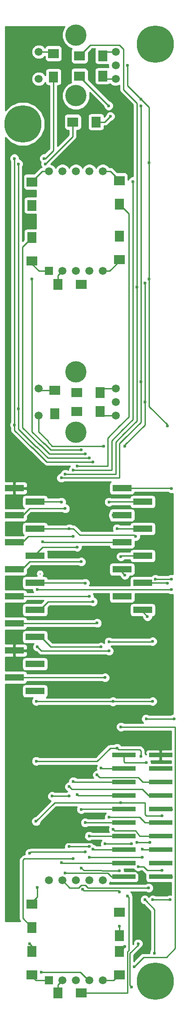
<source format=gbr>
G04 #@! TF.FileFunction,Copper,L2,Bot,Signal*
%FSLAX46Y46*%
G04 Gerber Fmt 4.6, Leading zero omitted, Abs format (unit mm)*
G04 Created by KiCad (PCBNEW 4.0.4+e1-6308~48~ubuntu14.04.1-stable) date Thu Sep  7 12:23:15 2017*
%MOMM*%
%LPD*%
G01*
G04 APERTURE LIST*
%ADD10C,0.100000*%
%ADD11C,1.500000*%
%ADD12R,1.500000X1.500000*%
%ADD13C,4.000000*%
%ADD14R,4.380000X0.890000*%
%ADD15R,3.600000X1.270000*%
%ADD16R,1.800000X2.000000*%
%ADD17R,2.000000X1.800000*%
%ADD18C,7.000000*%
%ADD19C,0.600000*%
%ADD20C,0.250000*%
%ADD21C,0.254000*%
G04 APERTURE END LIST*
D10*
D11*
X108920000Y-27860000D03*
X111460000Y-27860000D03*
X114000000Y-27860000D03*
X116540000Y-27860000D03*
X119080000Y-27860000D03*
D12*
X108920000Y-46640000D03*
D11*
X111460000Y-46640000D03*
X119080000Y-46640000D03*
X116540000Y-46640000D03*
X114000000Y-46640000D03*
D13*
X114000000Y-65550000D03*
D11*
X107000000Y-73790000D03*
X121500000Y-68710000D03*
X121500000Y-71250000D03*
X121500000Y-73790000D03*
X107000000Y-68710000D03*
D13*
X114000000Y-76950000D03*
D14*
X123040000Y-137570000D03*
X123040000Y-140110000D03*
X123040000Y-142650000D03*
X123040000Y-145190000D03*
X123040000Y-147730000D03*
X123040000Y-150270000D03*
X123040000Y-152810000D03*
X123040000Y-155350000D03*
X123040000Y-157890000D03*
X123040000Y-160430000D03*
X129960000Y-160430000D03*
X129960000Y-157890000D03*
X129960000Y-155350000D03*
X129960000Y-152810000D03*
X129960000Y-137570000D03*
X129960000Y-140110000D03*
X129960000Y-142650000D03*
X129960000Y-145190000D03*
X129960000Y-147730000D03*
X129960000Y-150270000D03*
D13*
X114000000Y-2300000D03*
D11*
X107000000Y-10540000D03*
X121500000Y-5460000D03*
X121500000Y-8000000D03*
X121500000Y-10540000D03*
X107000000Y-5460000D03*
D13*
X114000000Y-13700000D03*
D11*
X108920000Y-161110000D03*
X111460000Y-161110000D03*
X114000000Y-161110000D03*
X116540000Y-161110000D03*
X119080000Y-161110000D03*
D12*
X108920000Y-179890000D03*
D11*
X111460000Y-179890000D03*
X119080000Y-179890000D03*
X116540000Y-179890000D03*
X114000000Y-179890000D03*
D15*
X122710000Y-87430000D03*
X122710000Y-92510000D03*
X122710000Y-97590000D03*
X122710000Y-102670000D03*
X126610000Y-89970000D03*
X126610000Y-95050000D03*
X126610000Y-100130000D03*
X126610000Y-105210000D03*
X102390000Y-87430000D03*
X102390000Y-92510000D03*
X102390000Y-97590000D03*
X102390000Y-102670000D03*
X102390000Y-107750000D03*
X102390000Y-112830000D03*
X102390000Y-117910000D03*
X106290000Y-89970000D03*
X106290000Y-95050000D03*
X106290000Y-100130000D03*
X106290000Y-105210000D03*
X106290000Y-110290000D03*
X106290000Y-115370000D03*
X106290000Y-120450000D03*
X126610000Y-110290000D03*
X122710000Y-107750000D03*
X106290000Y-125530000D03*
X102390000Y-122990000D03*
D16*
X122214000Y-174410000D03*
D17*
X122214000Y-178810000D03*
D16*
X122214000Y-171444000D03*
D17*
X122214000Y-167044000D03*
X115016000Y-182198000D03*
D16*
X110616000Y-182198000D03*
X105704000Y-169920000D03*
D17*
X105704000Y-165520000D03*
D16*
X105704000Y-174410000D03*
D17*
X105704000Y-178810000D03*
X114172000Y-72978000D03*
D16*
X118572000Y-72978000D03*
X110022000Y-73400000D03*
D17*
X110022000Y-69000000D03*
X114172000Y-69422000D03*
D16*
X118572000Y-69422000D03*
D17*
X115016000Y-49102000D03*
D16*
X110616000Y-49102000D03*
X122214000Y-40044000D03*
D17*
X122214000Y-44444000D03*
D16*
X105704000Y-40298000D03*
D17*
X105704000Y-44698000D03*
D16*
X122214000Y-34030000D03*
D17*
X122214000Y-29630000D03*
D16*
X105704000Y-34284000D03*
D17*
X105704000Y-29884000D03*
X114680000Y-6176000D03*
D16*
X119080000Y-6176000D03*
D17*
X114680000Y-9986000D03*
D16*
X119080000Y-9986000D03*
X109768000Y-10154000D03*
D17*
X109768000Y-5754000D03*
X113410000Y-18622000D03*
D16*
X117810000Y-18622000D03*
D18*
X104000000Y-19000000D03*
X129000000Y-4000000D03*
X129000000Y-180000000D03*
D19*
X131250000Y-105250000D03*
X131250000Y-75750000D03*
X126278000Y-14304000D03*
X123738000Y-7954000D03*
X127802000Y-26242000D03*
X127802000Y-48086000D03*
X120525000Y-17550000D03*
X107442000Y-178308000D03*
X124460000Y-181102000D03*
X125730000Y-172974000D03*
X119250000Y-79500000D03*
X123250000Y-79500000D03*
X128000000Y-154000000D03*
X125500000Y-154000000D03*
X127750000Y-162500000D03*
X123250000Y-103750000D03*
X127040000Y-48848000D03*
X127040000Y-71200000D03*
X124968000Y-177292000D03*
X122500000Y-132250000D03*
X106500000Y-150000000D03*
X130250000Y-158000000D03*
X130250000Y-149000000D03*
X122500000Y-100250000D03*
X122500000Y-146500000D03*
X106525000Y-138700000D03*
X126500000Y-155250000D03*
X126250000Y-137750000D03*
X121750000Y-95000000D03*
X121750000Y-136250000D03*
X128475000Y-127450000D03*
X121000000Y-127500000D03*
X106525000Y-127450000D03*
X121000000Y-151500000D03*
X121000000Y-92500000D03*
X128475000Y-116200000D03*
X120250000Y-116250000D03*
X120250000Y-118000000D03*
X106750000Y-117250000D03*
X120250000Y-149250000D03*
X120250000Y-90000000D03*
X129000000Y-104500000D03*
X132000000Y-104500000D03*
X106750000Y-106500000D03*
X132000000Y-147750000D03*
X132000000Y-106500000D03*
X132000000Y-87500000D03*
X125250000Y-96500000D03*
X106500000Y-95000000D03*
X112750000Y-143500000D03*
X112750000Y-95000000D03*
X102500000Y-87500000D03*
X102390000Y-117910000D03*
X128778000Y-161798000D03*
X103124000Y-153924000D03*
X118110000Y-154178000D03*
X123444000Y-159258000D03*
X113500000Y-84000000D03*
X113500000Y-157000000D03*
X113500000Y-142500000D03*
X113500000Y-96500000D03*
X105704000Y-34284000D03*
X124754000Y-29798000D03*
X114250000Y-83250000D03*
X115250000Y-162750000D03*
X122250000Y-163250000D03*
X122250000Y-169750000D03*
X114250000Y-145000000D03*
X114250000Y-98500000D03*
X115000000Y-158750000D03*
X122174000Y-159258000D03*
X123190000Y-173482000D03*
X115000000Y-80250000D03*
X115000000Y-147750000D03*
X115000000Y-101250000D03*
X122214000Y-40044000D03*
X105704000Y-48086000D03*
X115750000Y-81000000D03*
X105250000Y-173000000D03*
X105250000Y-156000000D03*
X115750000Y-155750000D03*
X115750000Y-150250000D03*
X115750000Y-105250000D03*
X116500000Y-81750000D03*
X116500000Y-152750000D03*
X116500000Y-107750000D03*
X108244000Y-26496000D03*
X103164000Y-26496000D03*
X110022000Y-73400000D03*
X103164000Y-72470000D03*
X117250000Y-82500000D03*
X117250000Y-155250000D03*
X117250000Y-108750000D03*
X102402000Y-25480000D03*
X107990000Y-25480000D03*
X114172000Y-72978000D03*
X102402000Y-75518000D03*
X111250000Y-85500000D03*
X111250000Y-157750000D03*
X111250000Y-90000000D03*
X126278000Y-15574000D03*
X120182000Y-15574000D03*
X114172000Y-69422000D03*
X126278000Y-67390000D03*
X112000000Y-84750000D03*
X123750000Y-160500000D03*
X123750000Y-164000000D03*
X112000000Y-159750000D03*
X112000000Y-91250000D03*
X115016000Y-49102000D03*
X125516000Y-49610000D03*
X127500000Y-111500000D03*
X132000000Y-160500000D03*
X132500000Y-130750000D03*
X127250000Y-130750000D03*
X106720000Y-162386000D03*
X121500000Y-167000000D03*
X128778000Y-174752000D03*
X127250000Y-139000000D03*
X127000000Y-164750000D03*
X118750000Y-140000000D03*
X118750000Y-117250000D03*
X128500000Y-164750000D03*
X131750000Y-164750000D03*
X131250000Y-140000000D03*
X118000000Y-141250000D03*
X118000000Y-112750000D03*
X109500000Y-145250000D03*
X112750000Y-145250000D03*
X112750000Y-154750000D03*
X116500000Y-154750000D03*
X116500000Y-156750000D03*
X126500000Y-156750000D03*
X107750000Y-97500000D03*
X130250000Y-159250000D03*
X125730000Y-158496000D03*
X124000000Y-107750000D03*
X119500000Y-123000000D03*
X119500000Y-154250000D03*
X124500000Y-154250000D03*
D20*
X107228000Y-103458000D02*
X107228000Y-103462000D01*
X107226000Y-103460000D02*
X107228000Y-103462000D01*
X131250000Y-75750000D02*
X131250000Y-75500000D01*
X131250000Y-75500000D02*
X127802000Y-72052000D01*
X131210000Y-105210000D02*
X131250000Y-105250000D01*
X131210000Y-105210000D02*
X126610000Y-105210000D01*
X127802000Y-15828000D02*
X127802000Y-17352000D01*
X123738000Y-11764000D02*
X126278000Y-14304000D01*
X126278000Y-14304000D02*
X127802000Y-15828000D01*
X123738000Y-7954000D02*
X123738000Y-11764000D01*
X127802000Y-24718000D02*
X127802000Y-18368000D01*
X127802000Y-18368000D02*
X127802000Y-17352000D01*
X127802000Y-17352000D02*
X127802000Y-17098000D01*
X127802000Y-72052000D02*
X127802000Y-48086000D01*
X127802000Y-48086000D02*
X127802000Y-26242000D01*
X127802000Y-26242000D02*
X127802000Y-24718000D01*
X117810000Y-18622000D02*
X119453000Y-18622000D01*
X119453000Y-18622000D02*
X120525000Y-17550000D01*
X116540000Y-179890000D02*
X116390000Y-179890000D01*
X116390000Y-179890000D02*
X114808000Y-178308000D01*
X114808000Y-178308000D02*
X107442000Y-178308000D01*
X124148002Y-175317998D02*
X124148002Y-174809998D01*
X124148002Y-175317998D02*
X124148002Y-180790002D01*
X124148002Y-180790002D02*
X124460000Y-181102000D01*
X125730000Y-173228000D02*
X125730000Y-172974000D01*
X124148002Y-174809998D02*
X125730000Y-173228000D01*
X108718000Y-78532000D02*
X108718000Y-78718000D01*
X109500000Y-79500000D02*
X119250000Y-79500000D01*
X108718000Y-78718000D02*
X109500000Y-79500000D01*
X123250000Y-79500000D02*
X123250000Y-79308000D01*
X123250000Y-79308000D02*
X127040000Y-75518000D01*
X127040000Y-75518000D02*
X127040000Y-71200000D01*
X107000000Y-73790000D02*
X107000000Y-76814000D01*
X107000000Y-76814000D02*
X108718000Y-78532000D01*
X108718000Y-78532000D02*
X108752000Y-78566000D01*
X125500000Y-154000000D02*
X128000000Y-154000000D01*
X112850000Y-162500000D02*
X111460000Y-161110000D01*
X114500000Y-162500000D02*
X112850000Y-162500000D01*
X115000000Y-162000000D02*
X114500000Y-162500000D01*
X115750000Y-162000000D02*
X115000000Y-162000000D01*
X116250000Y-162500000D02*
X115750000Y-162000000D01*
X127750000Y-162500000D02*
X116250000Y-162500000D01*
X122710000Y-102670000D02*
X122710000Y-103210000D01*
X122710000Y-103210000D02*
X123250000Y-103750000D01*
X122710000Y-102670000D02*
X122580000Y-102670000D01*
X127040000Y-48848000D02*
X127040000Y-49610000D01*
X127040000Y-71200000D02*
X127040000Y-49610000D01*
X127040000Y-49610000D02*
X127040000Y-49356000D01*
X105704000Y-44698000D02*
X105704000Y-45292000D01*
X105704000Y-45292000D02*
X107052000Y-46640000D01*
X107052000Y-46640000D02*
X108920000Y-46640000D01*
X132750000Y-173228000D02*
X132750000Y-173828000D01*
X126746000Y-175514000D02*
X124968000Y-177292000D01*
X131064000Y-175514000D02*
X126746000Y-175514000D01*
X132750000Y-173828000D02*
X131064000Y-175514000D01*
X132750000Y-173228000D02*
X132750000Y-132250000D01*
X132750000Y-132250000D02*
X122500000Y-132250000D01*
X122500000Y-146500000D02*
X110000000Y-146500000D01*
X110000000Y-146500000D02*
X106500000Y-150000000D01*
X127000000Y-148750000D02*
X127000000Y-146500000D01*
X127000000Y-146500000D02*
X125750000Y-146500000D01*
X130250000Y-158000000D02*
X130140000Y-157890000D01*
X130140000Y-157890000D02*
X129960000Y-157890000D01*
X127250000Y-149000000D02*
X130250000Y-149000000D01*
X127000000Y-148750000D02*
X127250000Y-149000000D01*
X122620000Y-100130000D02*
X122500000Y-100250000D01*
X126610000Y-100130000D02*
X122620000Y-100130000D01*
X122500000Y-146500000D02*
X125750000Y-146500000D01*
X110616000Y-49102000D02*
X110616000Y-47484000D01*
X110616000Y-47484000D02*
X111460000Y-46640000D01*
X121750000Y-136250000D02*
X120500000Y-136250000D01*
X118000000Y-138750000D02*
X120500000Y-136250000D01*
X106575000Y-138750000D02*
X118000000Y-138750000D01*
X106575000Y-138750000D02*
X106525000Y-138700000D01*
X126600000Y-155350000D02*
X129960000Y-155350000D01*
X126500000Y-155250000D02*
X126600000Y-155350000D01*
X121750000Y-136250000D02*
X122000000Y-136500000D01*
X126250000Y-136750000D02*
X126250000Y-137750000D01*
X126000000Y-136500000D02*
X126250000Y-136750000D01*
X125000000Y-136500000D02*
X126000000Y-136500000D01*
X122000000Y-136500000D02*
X125000000Y-136500000D01*
X121800000Y-95050000D02*
X121750000Y-95000000D01*
X126610000Y-95050000D02*
X121800000Y-95050000D01*
X119080000Y-46640000D02*
X120358000Y-46640000D01*
X120358000Y-46640000D02*
X122214000Y-44784000D01*
X122214000Y-44784000D02*
X122214000Y-44444000D01*
X120000000Y-127500000D02*
X121000000Y-127500000D01*
X128425000Y-127500000D02*
X128475000Y-127450000D01*
X121000000Y-127500000D02*
X128425000Y-127500000D01*
X106575000Y-127500000D02*
X120000000Y-127500000D01*
X106575000Y-127500000D02*
X106525000Y-127450000D01*
X121000000Y-151500000D02*
X121250000Y-151750000D01*
X121250000Y-151750000D02*
X125250000Y-151750000D01*
X125250000Y-151750000D02*
X126000100Y-152816008D01*
X126000100Y-152816008D02*
X129960000Y-152810000D01*
X122710000Y-92510000D02*
X121010000Y-92510000D01*
X121010000Y-92510000D02*
X121000000Y-92500000D01*
X122710000Y-92510000D02*
X121490000Y-92510000D01*
X105704000Y-178810000D02*
X105704000Y-179150000D01*
X105704000Y-179150000D02*
X106444000Y-179890000D01*
X106444000Y-179890000D02*
X108920000Y-179890000D01*
X120250000Y-116250000D02*
X128425000Y-116250000D01*
X128425000Y-116250000D02*
X128475000Y-116200000D01*
X107500000Y-118000000D02*
X120250000Y-118000000D01*
X106750000Y-117250000D02*
X107500000Y-118000000D01*
X127020000Y-150270000D02*
X129960000Y-150270000D01*
X126000000Y-149250000D02*
X127020000Y-150270000D01*
X120250000Y-149250000D02*
X126000000Y-149250000D01*
X126610000Y-89970000D02*
X120280000Y-89970000D01*
X120280000Y-89970000D02*
X120250000Y-90000000D01*
X110616000Y-182198000D02*
X110616000Y-180734000D01*
X110616000Y-180734000D02*
X111460000Y-179890000D01*
X129000000Y-104500000D02*
X132000000Y-104500000D01*
X106750000Y-106500000D02*
X124750000Y-106500000D01*
X132000000Y-147750000D02*
X131980000Y-147730000D01*
X131980000Y-147730000D02*
X129960000Y-147730000D01*
X132000000Y-106500000D02*
X124750000Y-106500000D01*
X122710000Y-87430000D02*
X131930000Y-87430000D01*
X131930000Y-87430000D02*
X132000000Y-87500000D01*
X119080000Y-179890000D02*
X121134000Y-179890000D01*
X121134000Y-179890000D02*
X122214000Y-178810000D01*
X122214000Y-179106000D02*
X122214000Y-178810000D01*
X125250000Y-96500000D02*
X125000000Y-96250000D01*
X125000000Y-96250000D02*
X114750000Y-96250000D01*
X114750000Y-96250000D02*
X113500000Y-95000000D01*
X113500000Y-95000000D02*
X112750000Y-95000000D01*
X106500000Y-95000000D02*
X106450000Y-95050000D01*
X106450000Y-95050000D02*
X106290000Y-95050000D01*
X127690000Y-145190000D02*
X129960000Y-145190000D01*
X126500000Y-144000000D02*
X127690000Y-145190000D01*
X113250000Y-144000000D02*
X126500000Y-144000000D01*
X112750000Y-143500000D02*
X113250000Y-144000000D01*
X106290000Y-95050000D02*
X112700000Y-95050000D01*
X125222000Y-159258000D02*
X123444000Y-159258000D01*
X102430000Y-87430000D02*
X102500000Y-87500000D01*
X127508000Y-161544000D02*
X125222000Y-159258000D01*
X128524000Y-161544000D02*
X127508000Y-161544000D01*
X128778000Y-161798000D02*
X128524000Y-161544000D01*
X117856000Y-153924000D02*
X103124000Y-153924000D01*
X118110000Y-154178000D02*
X117856000Y-153924000D01*
X102430000Y-87430000D02*
X102390000Y-87430000D01*
X122753000Y-76503000D02*
X122747000Y-76503000D01*
X120750000Y-84000000D02*
X113500000Y-84000000D01*
X120750000Y-78500000D02*
X120750000Y-84000000D01*
X122747000Y-76503000D02*
X120750000Y-78500000D01*
X104000000Y-168216000D02*
X105704000Y-169920000D01*
X104000000Y-157250000D02*
X104000000Y-168216000D01*
X104250000Y-157000000D02*
X104000000Y-157250000D01*
X107750000Y-157000000D02*
X104250000Y-157000000D01*
X113500000Y-157000000D02*
X107750000Y-157000000D01*
X123040000Y-142650000D02*
X113650000Y-142650000D01*
X113650000Y-142650000D02*
X113500000Y-142500000D01*
X102390000Y-97590000D02*
X103910000Y-97590000D01*
X103910000Y-97590000D02*
X105000000Y-96500000D01*
X105000000Y-96500000D02*
X113500000Y-96500000D01*
X122722000Y-76534000D02*
X122753000Y-76503000D01*
X122753000Y-76503000D02*
X124754000Y-74502000D01*
X124754000Y-74502000D02*
X124754000Y-52404000D01*
X124754000Y-29798000D02*
X124754000Y-52404000D01*
X122243000Y-75743000D02*
X122243000Y-75757000D01*
X120000000Y-83250000D02*
X114250000Y-83250000D01*
X120000000Y-78000000D02*
X120000000Y-83250000D01*
X122243000Y-75757000D02*
X120000000Y-78000000D01*
X122214000Y-171444000D02*
X122214000Y-169786000D01*
X115500000Y-163000000D02*
X115250000Y-162750000D01*
X122000000Y-163000000D02*
X115500000Y-163000000D01*
X122250000Y-163250000D02*
X122000000Y-163000000D01*
X122214000Y-169786000D02*
X122250000Y-169750000D01*
X114440000Y-145190000D02*
X123040000Y-145190000D01*
X114250000Y-145000000D02*
X114440000Y-145190000D01*
X106290000Y-100130000D02*
X106290000Y-99960000D01*
X106290000Y-99960000D02*
X107750000Y-98500000D01*
X107750000Y-98500000D02*
X114250000Y-98500000D01*
X123992000Y-35808000D02*
X122214000Y-34030000D01*
X123992000Y-73994000D02*
X123992000Y-35808000D01*
X122214000Y-75772000D02*
X122243000Y-75743000D01*
X122243000Y-75743000D02*
X123992000Y-73994000D01*
X122214000Y-171444000D02*
X122214000Y-171022000D01*
X122214000Y-174410000D02*
X122262000Y-174410000D01*
X122262000Y-174410000D02*
X123190000Y-173482000D01*
X115500000Y-159250000D02*
X115000000Y-158750000D01*
X122174000Y-159258000D02*
X115500000Y-159250000D01*
X107958000Y-79042000D02*
X108042000Y-79042000D01*
X109250000Y-80250000D02*
X115000000Y-80250000D01*
X108042000Y-79042000D02*
X109250000Y-80250000D01*
X122214000Y-174410000D02*
X122340000Y-174410000D01*
X115020000Y-147730000D02*
X123040000Y-147730000D01*
X115000000Y-147750000D02*
X115020000Y-147730000D01*
X102390000Y-102670000D02*
X103830000Y-102670000D01*
X103830000Y-102670000D02*
X105250000Y-101250000D01*
X105250000Y-101250000D02*
X115000000Y-101250000D01*
X105704000Y-48086000D02*
X105704000Y-50880000D01*
X107990000Y-79074000D02*
X107958000Y-79042000D01*
X107958000Y-79042000D02*
X105704000Y-76788000D01*
X105704000Y-76788000D02*
X105704000Y-50880000D01*
X107200000Y-79300000D02*
X107300000Y-79300000D01*
X109000000Y-81000000D02*
X115750000Y-81000000D01*
X107300000Y-79300000D02*
X109000000Y-81000000D01*
X105704000Y-174410000D02*
X105704000Y-173454000D01*
X105704000Y-173454000D02*
X105250000Y-173000000D01*
X105250000Y-156000000D02*
X105500000Y-155750000D01*
X105500000Y-155750000D02*
X115750000Y-155750000D01*
X115770000Y-150270000D02*
X123040000Y-150270000D01*
X115750000Y-150250000D02*
X115770000Y-150270000D01*
X106290000Y-105210000D02*
X115710000Y-105210000D01*
X115710000Y-105210000D02*
X115750000Y-105250000D01*
X103926000Y-42076000D02*
X105704000Y-40298000D01*
X103926000Y-76026000D02*
X103926000Y-42076000D01*
X107228000Y-79328000D02*
X107200000Y-79300000D01*
X107200000Y-79300000D02*
X103926000Y-76026000D01*
X106466000Y-79582000D02*
X106582000Y-79582000D01*
X106466000Y-79582000D02*
X103164000Y-76280000D01*
X103164000Y-72470000D02*
X103164000Y-76280000D01*
X108750000Y-81750000D02*
X116500000Y-81750000D01*
X106582000Y-79582000D02*
X108750000Y-81750000D01*
X116500000Y-152750000D02*
X116560000Y-152810000D01*
X116560000Y-152810000D02*
X123040000Y-152810000D01*
X102390000Y-107750000D02*
X116500000Y-107750000D01*
X113410000Y-21330000D02*
X113410000Y-18622000D01*
X108244000Y-26496000D02*
X113410000Y-21330000D01*
X103164000Y-72470000D02*
X103164000Y-26496000D01*
X105684000Y-79816000D02*
X105816000Y-79816000D01*
X108500000Y-82500000D02*
X117250000Y-82500000D01*
X105816000Y-79816000D02*
X108500000Y-82500000D01*
X117250000Y-155250000D02*
X117350000Y-155350000D01*
X117350000Y-155350000D02*
X123040000Y-155350000D01*
X106290000Y-110290000D02*
X107210000Y-110290000D01*
X107210000Y-110290000D02*
X108750000Y-108750000D01*
X108750000Y-108750000D02*
X117250000Y-108750000D01*
X109768000Y-10154000D02*
X109768000Y-23956000D01*
X108244000Y-25480000D02*
X107990000Y-25480000D01*
X109768000Y-23956000D02*
X108244000Y-25480000D01*
X102402000Y-76534000D02*
X102402000Y-75518000D01*
X102402000Y-75518000D02*
X102402000Y-25480000D01*
X105704000Y-79836000D02*
X105684000Y-79816000D01*
X105684000Y-79816000D02*
X102402000Y-76534000D01*
X123269000Y-78019000D02*
X123231000Y-78019000D01*
X122250000Y-85500000D02*
X111250000Y-85500000D01*
X122250000Y-79000000D02*
X122250000Y-85500000D01*
X123231000Y-78019000D02*
X122250000Y-79000000D01*
X123230000Y-78058000D02*
X123269000Y-78019000D01*
X123269000Y-78019000D02*
X126278000Y-75010000D01*
X126278000Y-75010000D02*
X126278000Y-67390000D01*
X111390000Y-157890000D02*
X123040000Y-157890000D01*
X111250000Y-157750000D02*
X111390000Y-157890000D01*
X106290000Y-89970000D02*
X111220000Y-89970000D01*
X111220000Y-89970000D02*
X111250000Y-90000000D01*
X114680000Y-9986000D02*
X114680000Y-10072000D01*
X114680000Y-10072000D02*
X120182000Y-15574000D01*
X126278000Y-15574000D02*
X126278000Y-17352000D01*
X126278000Y-67390000D02*
X126278000Y-17352000D01*
X124000000Y-173736000D02*
X124000000Y-174196000D01*
X123698000Y-174498000D02*
X123698000Y-182198000D01*
X124000000Y-174196000D02*
X123698000Y-174498000D01*
X123011000Y-77261000D02*
X122989000Y-77261000D01*
X121500000Y-84750000D02*
X112000000Y-84750000D01*
X121500000Y-78750000D02*
X121500000Y-84750000D01*
X122989000Y-77261000D02*
X121500000Y-78750000D01*
X115016000Y-182198000D02*
X123698000Y-182198000D01*
X123750000Y-160500000D02*
X123680000Y-160430000D01*
X124000000Y-164250000D02*
X123750000Y-164000000D01*
X124000000Y-173736000D02*
X124000000Y-164250000D01*
X123680000Y-160430000D02*
X123040000Y-160430000D01*
X120680000Y-160430000D02*
X123040000Y-160430000D01*
X120000000Y-159750000D02*
X112000000Y-159750000D01*
X120680000Y-160430000D02*
X120000000Y-159750000D01*
X121430000Y-160430000D02*
X123040000Y-160430000D01*
X102390000Y-92510000D02*
X103990000Y-92510000D01*
X103990000Y-92510000D02*
X105250000Y-91250000D01*
X105250000Y-91250000D02*
X112000000Y-91250000D01*
X125516000Y-16844000D02*
X125516000Y-15066000D01*
X125516000Y-49102000D02*
X125516000Y-24718000D01*
X125516000Y-49610000D02*
X125516000Y-49102000D01*
X125516000Y-24718000D02*
X125516000Y-16844000D01*
X116712000Y-4144000D02*
X114680000Y-6176000D01*
X122214000Y-4144000D02*
X116712000Y-4144000D01*
X122976000Y-4906000D02*
X122214000Y-4144000D01*
X122976000Y-12526000D02*
X122976000Y-4906000D01*
X125516000Y-15066000D02*
X122976000Y-12526000D01*
X125516000Y-74756000D02*
X125516000Y-49610000D01*
X122976000Y-77296000D02*
X123011000Y-77261000D01*
X123011000Y-77261000D02*
X125516000Y-74756000D01*
X126610000Y-110610000D02*
X127500000Y-111500000D01*
X132000000Y-160500000D02*
X131930000Y-160430000D01*
X127250000Y-130750000D02*
X132500000Y-130750000D01*
X131930000Y-160430000D02*
X129960000Y-160430000D01*
X126610000Y-110290000D02*
X126610000Y-110610000D01*
X119080000Y-6176000D02*
X119080000Y-6008000D01*
X119080000Y-6008000D02*
X119628000Y-5460000D01*
X119628000Y-5460000D02*
X121500000Y-5460000D01*
X121500000Y-10540000D02*
X119634000Y-10540000D01*
X119634000Y-10540000D02*
X119080000Y-9986000D01*
X107000000Y-5460000D02*
X109474000Y-5460000D01*
X109474000Y-5460000D02*
X109768000Y-5754000D01*
X118572000Y-69422000D02*
X118658000Y-69422000D01*
X118658000Y-69422000D02*
X119370000Y-68710000D01*
X119370000Y-68710000D02*
X121500000Y-68710000D01*
X118572000Y-72978000D02*
X118572000Y-73146000D01*
X118572000Y-73146000D02*
X119216000Y-73790000D01*
X119216000Y-73790000D02*
X121500000Y-73790000D01*
X110022000Y-69000000D02*
X107290000Y-69000000D01*
X107290000Y-69000000D02*
X107000000Y-68710000D01*
X108920000Y-27860000D02*
X107642000Y-27860000D01*
X107642000Y-27860000D02*
X105704000Y-29798000D01*
X105704000Y-29798000D02*
X105704000Y-29884000D01*
X119080000Y-27860000D02*
X120530000Y-27860000D01*
X120530000Y-27860000D02*
X122214000Y-29544000D01*
X122214000Y-29544000D02*
X122214000Y-29630000D01*
X105704000Y-165520000D02*
X105704000Y-165180000D01*
X105704000Y-165180000D02*
X106720000Y-164164000D01*
X106720000Y-164164000D02*
X106720000Y-162386000D01*
X121500000Y-167000000D02*
X121544000Y-167044000D01*
X121544000Y-167044000D02*
X122214000Y-167044000D01*
X128826000Y-174704000D02*
X128826000Y-166576000D01*
X128778000Y-174752000D02*
X128826000Y-174704000D01*
X123040000Y-138790000D02*
X123040000Y-137570000D01*
X123250000Y-139000000D02*
X123040000Y-138790000D01*
X127250000Y-139000000D02*
X123250000Y-139000000D01*
X128826000Y-166576000D02*
X127250000Y-165000000D01*
X127000000Y-164750000D02*
X127250000Y-165000000D01*
X118860000Y-140110000D02*
X123040000Y-140110000D01*
X118750000Y-140000000D02*
X118860000Y-140110000D01*
X106290000Y-115370000D02*
X107370000Y-115370000D01*
X107370000Y-115370000D02*
X109250000Y-117250000D01*
X109250000Y-117250000D02*
X118750000Y-117250000D01*
X106290000Y-115370000D02*
X106380000Y-115370000D01*
X128500000Y-164750000D02*
X131750000Y-164750000D01*
X131250000Y-140000000D02*
X131140000Y-140110000D01*
X131140000Y-140110000D02*
X129960000Y-140110000D01*
X126650000Y-142650000D02*
X129960000Y-142650000D01*
X125750000Y-141750000D02*
X126650000Y-142650000D01*
X118500000Y-141750000D02*
X125750000Y-141750000D01*
X118000000Y-141250000D02*
X118500000Y-141750000D01*
X102390000Y-112830000D02*
X117920000Y-112830000D01*
X117920000Y-112830000D02*
X118000000Y-112750000D01*
X112750000Y-145250000D02*
X109500000Y-145250000D01*
X116500000Y-154750000D02*
X112750000Y-154750000D01*
X126500000Y-156750000D02*
X116500000Y-156750000D01*
X122710000Y-97590000D02*
X107840000Y-97590000D01*
X107840000Y-97590000D02*
X107750000Y-97500000D01*
X122710000Y-97590000D02*
X121910000Y-97590000D01*
X125730000Y-158496000D02*
X126746000Y-158496000D01*
X127500000Y-159250000D02*
X130250000Y-159250000D01*
X126746000Y-158496000D02*
X127500000Y-159250000D01*
X124000000Y-107750000D02*
X122710000Y-107750000D01*
X119490000Y-122990000D02*
X102390000Y-122990000D01*
X119490000Y-122990000D02*
X119500000Y-123000000D01*
X124500000Y-154250000D02*
X119500000Y-154250000D01*
D21*
G36*
X126962599Y-159787401D02*
X127138741Y-159905095D01*
X127122560Y-159985000D01*
X127122560Y-160875000D01*
X127166838Y-161110317D01*
X127305910Y-161326441D01*
X127518110Y-161471431D01*
X127770000Y-161522440D01*
X131990000Y-161522440D01*
X131990000Y-163837253D01*
X131936799Y-163815162D01*
X131564833Y-163814838D01*
X131221057Y-163956883D01*
X131187882Y-163990000D01*
X129062463Y-163990000D01*
X129030327Y-163957808D01*
X128686799Y-163815162D01*
X128314833Y-163814838D01*
X127971057Y-163956883D01*
X127749845Y-164177709D01*
X127530327Y-163957808D01*
X127186799Y-163815162D01*
X126814833Y-163814838D01*
X126471057Y-163956883D01*
X126207808Y-164219673D01*
X126065162Y-164563201D01*
X126064838Y-164935167D01*
X126206883Y-165278943D01*
X126469673Y-165542192D01*
X126813201Y-165684838D01*
X126860077Y-165684879D01*
X128066000Y-166890802D01*
X128066000Y-174141621D01*
X127985808Y-174221673D01*
X127843162Y-174565201D01*
X127842998Y-174754000D01*
X126746000Y-174754000D01*
X126455161Y-174811852D01*
X126208599Y-174976599D01*
X124908002Y-176277196D01*
X124908002Y-175124800D01*
X126267401Y-173765401D01*
X126280900Y-173745198D01*
X126522192Y-173504327D01*
X126664838Y-173160799D01*
X126665162Y-172788833D01*
X126523117Y-172445057D01*
X126260327Y-172181808D01*
X125916799Y-172039162D01*
X125544833Y-172038838D01*
X125201057Y-172180883D01*
X124937808Y-172443673D01*
X124795162Y-172787201D01*
X124794900Y-173088298D01*
X124760000Y-173123198D01*
X124760000Y-164250000D01*
X124712261Y-164010000D01*
X124702148Y-163959160D01*
X124685059Y-163933584D01*
X124685162Y-163814833D01*
X124543117Y-163471057D01*
X124332428Y-163260000D01*
X127187537Y-163260000D01*
X127219673Y-163292192D01*
X127563201Y-163434838D01*
X127935167Y-163435162D01*
X128278943Y-163293117D01*
X128542192Y-163030327D01*
X128684838Y-162686799D01*
X128685162Y-162314833D01*
X128543117Y-161971057D01*
X128280327Y-161707808D01*
X127936799Y-161565162D01*
X127564833Y-161564838D01*
X127221057Y-161706883D01*
X127187882Y-161740000D01*
X120318057Y-161740000D01*
X120464759Y-161386702D01*
X120464765Y-161380320D01*
X120598110Y-161471431D01*
X120850000Y-161522440D01*
X125230000Y-161522440D01*
X125465317Y-161478162D01*
X125681441Y-161339090D01*
X125826431Y-161126890D01*
X125877440Y-160875000D01*
X125877440Y-159985000D01*
X125833162Y-159749683D01*
X125694090Y-159533559D01*
X125543753Y-159430838D01*
X125915167Y-159431162D01*
X126258943Y-159289117D01*
X126292118Y-159256000D01*
X126431198Y-159256000D01*
X126962599Y-159787401D01*
X126962599Y-159787401D01*
G37*
X126962599Y-159787401D02*
X127138741Y-159905095D01*
X127122560Y-159985000D01*
X127122560Y-160875000D01*
X127166838Y-161110317D01*
X127305910Y-161326441D01*
X127518110Y-161471431D01*
X127770000Y-161522440D01*
X131990000Y-161522440D01*
X131990000Y-163837253D01*
X131936799Y-163815162D01*
X131564833Y-163814838D01*
X131221057Y-163956883D01*
X131187882Y-163990000D01*
X129062463Y-163990000D01*
X129030327Y-163957808D01*
X128686799Y-163815162D01*
X128314833Y-163814838D01*
X127971057Y-163956883D01*
X127749845Y-164177709D01*
X127530327Y-163957808D01*
X127186799Y-163815162D01*
X126814833Y-163814838D01*
X126471057Y-163956883D01*
X126207808Y-164219673D01*
X126065162Y-164563201D01*
X126064838Y-164935167D01*
X126206883Y-165278943D01*
X126469673Y-165542192D01*
X126813201Y-165684838D01*
X126860077Y-165684879D01*
X128066000Y-166890802D01*
X128066000Y-174141621D01*
X127985808Y-174221673D01*
X127843162Y-174565201D01*
X127842998Y-174754000D01*
X126746000Y-174754000D01*
X126455161Y-174811852D01*
X126208599Y-174976599D01*
X124908002Y-176277196D01*
X124908002Y-175124800D01*
X126267401Y-173765401D01*
X126280900Y-173745198D01*
X126522192Y-173504327D01*
X126664838Y-173160799D01*
X126665162Y-172788833D01*
X126523117Y-172445057D01*
X126260327Y-172181808D01*
X125916799Y-172039162D01*
X125544833Y-172038838D01*
X125201057Y-172180883D01*
X124937808Y-172443673D01*
X124795162Y-172787201D01*
X124794900Y-173088298D01*
X124760000Y-173123198D01*
X124760000Y-164250000D01*
X124712261Y-164010000D01*
X124702148Y-163959160D01*
X124685059Y-163933584D01*
X124685162Y-163814833D01*
X124543117Y-163471057D01*
X124332428Y-163260000D01*
X127187537Y-163260000D01*
X127219673Y-163292192D01*
X127563201Y-163434838D01*
X127935167Y-163435162D01*
X128278943Y-163293117D01*
X128542192Y-163030327D01*
X128684838Y-162686799D01*
X128685162Y-162314833D01*
X128543117Y-161971057D01*
X128280327Y-161707808D01*
X127936799Y-161565162D01*
X127564833Y-161564838D01*
X127221057Y-161706883D01*
X127187882Y-161740000D01*
X120318057Y-161740000D01*
X120464759Y-161386702D01*
X120464765Y-161380320D01*
X120598110Y-161471431D01*
X120850000Y-161522440D01*
X125230000Y-161522440D01*
X125465317Y-161478162D01*
X125681441Y-161339090D01*
X125826431Y-161126890D01*
X125877440Y-160875000D01*
X125877440Y-159985000D01*
X125833162Y-159749683D01*
X125694090Y-159533559D01*
X125543753Y-159430838D01*
X125915167Y-159431162D01*
X126258943Y-159289117D01*
X126292118Y-159256000D01*
X126431198Y-159256000D01*
X126962599Y-159787401D01*
G36*
X120262560Y-108385000D02*
X120306838Y-108620317D01*
X120445910Y-108836441D01*
X120658110Y-108981431D01*
X120910000Y-109032440D01*
X124510000Y-109032440D01*
X124745317Y-108988162D01*
X124961441Y-108849090D01*
X125106431Y-108636890D01*
X125157440Y-108385000D01*
X125157440Y-107260000D01*
X131437537Y-107260000D01*
X131469673Y-107292192D01*
X131813201Y-107434838D01*
X132185167Y-107435162D01*
X132290000Y-107391846D01*
X132290000Y-129825099D01*
X131971057Y-129956883D01*
X131937882Y-129990000D01*
X127812463Y-129990000D01*
X127780327Y-129957808D01*
X127436799Y-129815162D01*
X127064833Y-129814838D01*
X126721057Y-129956883D01*
X126457808Y-130219673D01*
X126315162Y-130563201D01*
X126314838Y-130935167D01*
X126456883Y-131278943D01*
X126667572Y-131490000D01*
X123062463Y-131490000D01*
X123030327Y-131457808D01*
X122686799Y-131315162D01*
X122314833Y-131314838D01*
X121971057Y-131456883D01*
X121707808Y-131719673D01*
X121565162Y-132063201D01*
X121564838Y-132435167D01*
X121706883Y-132778943D01*
X121969673Y-133042192D01*
X122313201Y-133184838D01*
X122685167Y-133185162D01*
X123028943Y-133043117D01*
X123062118Y-133010000D01*
X131990000Y-133010000D01*
X131990000Y-136490000D01*
X130245750Y-136490000D01*
X130087000Y-136648750D01*
X130087000Y-137443000D01*
X130107000Y-137443000D01*
X130107000Y-137697000D01*
X130087000Y-137697000D01*
X130087000Y-138491250D01*
X130245750Y-138650000D01*
X131990000Y-138650000D01*
X131990000Y-139017560D01*
X128184985Y-139017560D01*
X128185162Y-138814833D01*
X128117055Y-138650000D01*
X129674250Y-138650000D01*
X129833000Y-138491250D01*
X129833000Y-137697000D01*
X129813000Y-137697000D01*
X129813000Y-137443000D01*
X129833000Y-137443000D01*
X129833000Y-136648750D01*
X129674250Y-136490000D01*
X127643690Y-136490000D01*
X127410301Y-136586673D01*
X127231673Y-136765302D01*
X127135000Y-136998691D01*
X127135000Y-137284250D01*
X127293748Y-137442998D01*
X127135000Y-137442998D01*
X127135000Y-137443431D01*
X127043117Y-137221057D01*
X127010000Y-137187882D01*
X127010000Y-136750000D01*
X126964615Y-136521838D01*
X126952148Y-136459160D01*
X126787401Y-136212599D01*
X126537401Y-135962599D01*
X126290839Y-135797852D01*
X126000000Y-135740000D01*
X122550944Y-135740000D01*
X122543117Y-135721057D01*
X122280327Y-135457808D01*
X121936799Y-135315162D01*
X121564833Y-135314838D01*
X121221057Y-135456883D01*
X121187882Y-135490000D01*
X120500000Y-135490000D01*
X120209161Y-135547852D01*
X119962599Y-135712599D01*
X117685198Y-137990000D01*
X107137376Y-137990000D01*
X107055327Y-137907808D01*
X106711799Y-137765162D01*
X106339833Y-137764838D01*
X105996057Y-137906883D01*
X105732808Y-138169673D01*
X105590162Y-138513201D01*
X105589838Y-138885167D01*
X105731883Y-139228943D01*
X105994673Y-139492192D01*
X106338201Y-139634838D01*
X106710167Y-139635162D01*
X107013083Y-139510000D01*
X117941063Y-139510000D01*
X117815162Y-139813201D01*
X117814838Y-140185167D01*
X117868436Y-140314885D01*
X117814833Y-140314838D01*
X117471057Y-140456883D01*
X117207808Y-140719673D01*
X117065162Y-141063201D01*
X117064838Y-141435167D01*
X117206883Y-141778943D01*
X117317746Y-141890000D01*
X114212201Y-141890000D01*
X114030327Y-141707808D01*
X113686799Y-141565162D01*
X113314833Y-141564838D01*
X112971057Y-141706883D01*
X112707808Y-141969673D01*
X112565162Y-142313201D01*
X112564943Y-142564838D01*
X112221057Y-142706883D01*
X111957808Y-142969673D01*
X111815162Y-143313201D01*
X111814838Y-143685167D01*
X111956883Y-144028943D01*
X112219673Y-144292192D01*
X112419162Y-144375028D01*
X112221057Y-144456883D01*
X112187882Y-144490000D01*
X110062463Y-144490000D01*
X110030327Y-144457808D01*
X109686799Y-144315162D01*
X109314833Y-144314838D01*
X108971057Y-144456883D01*
X108707808Y-144719673D01*
X108565162Y-145063201D01*
X108564838Y-145435167D01*
X108706883Y-145778943D01*
X108969673Y-146042192D01*
X109261732Y-146163466D01*
X106360320Y-149064878D01*
X106314833Y-149064838D01*
X105971057Y-149206883D01*
X105707808Y-149469673D01*
X105565162Y-149813201D01*
X105564838Y-150185167D01*
X105706883Y-150528943D01*
X105969673Y-150792192D01*
X106313201Y-150934838D01*
X106685167Y-150935162D01*
X107028943Y-150793117D01*
X107292192Y-150530327D01*
X107434838Y-150186799D01*
X107434879Y-150139923D01*
X110314802Y-147260000D01*
X114191063Y-147260000D01*
X114065162Y-147563201D01*
X114064838Y-147935167D01*
X114206883Y-148278943D01*
X114469673Y-148542192D01*
X114813201Y-148684838D01*
X115185167Y-148685162D01*
X115528943Y-148543117D01*
X115582153Y-148490000D01*
X119687882Y-148490000D01*
X119457808Y-148719673D01*
X119315162Y-149063201D01*
X119314838Y-149435167D01*
X119345758Y-149510000D01*
X116332428Y-149510000D01*
X116280327Y-149457808D01*
X115936799Y-149315162D01*
X115564833Y-149314838D01*
X115221057Y-149456883D01*
X114957808Y-149719673D01*
X114815162Y-150063201D01*
X114814838Y-150435167D01*
X114956883Y-150778943D01*
X115219673Y-151042192D01*
X115563201Y-151184838D01*
X115935167Y-151185162D01*
X116278943Y-151043117D01*
X116292083Y-151030000D01*
X120182758Y-151030000D01*
X120065162Y-151313201D01*
X120064838Y-151685167D01*
X120206883Y-152028943D01*
X120227903Y-152050000D01*
X117122358Y-152050000D01*
X117030327Y-151957808D01*
X116686799Y-151815162D01*
X116314833Y-151814838D01*
X115971057Y-151956883D01*
X115707808Y-152219673D01*
X115565162Y-152563201D01*
X115564838Y-152935167D01*
X115706883Y-153278943D01*
X115969673Y-153542192D01*
X116313201Y-153684838D01*
X116685167Y-153685162D01*
X116963881Y-153570000D01*
X118857742Y-153570000D01*
X118707808Y-153719673D01*
X118565162Y-154063201D01*
X118564838Y-154435167D01*
X118628814Y-154590000D01*
X117912289Y-154590000D01*
X117780327Y-154457808D01*
X117436799Y-154315162D01*
X117331963Y-154315071D01*
X117293117Y-154221057D01*
X117030327Y-153957808D01*
X116686799Y-153815162D01*
X116314833Y-153814838D01*
X115971057Y-153956883D01*
X115937882Y-153990000D01*
X113312463Y-153990000D01*
X113280327Y-153957808D01*
X112936799Y-153815162D01*
X112564833Y-153814838D01*
X112221057Y-153956883D01*
X111957808Y-154219673D01*
X111815162Y-154563201D01*
X111814838Y-154935167D01*
X111837494Y-154990000D01*
X105500000Y-154990000D01*
X105209160Y-155047852D01*
X105183584Y-155064941D01*
X105064833Y-155064838D01*
X104721057Y-155206883D01*
X104457808Y-155469673D01*
X104315162Y-155813201D01*
X104314838Y-156185167D01*
X104337494Y-156240000D01*
X104250000Y-156240000D01*
X103959160Y-156297852D01*
X103712599Y-156462599D01*
X103462599Y-156712599D01*
X103297852Y-156959161D01*
X103240000Y-157250000D01*
X103240000Y-168216000D01*
X103297852Y-168506839D01*
X103462599Y-168753401D01*
X103499198Y-168790000D01*
X100710000Y-168790000D01*
X100710000Y-124895000D01*
X103842560Y-124895000D01*
X103842560Y-126165000D01*
X103886838Y-126400317D01*
X104025910Y-126616441D01*
X104238110Y-126761431D01*
X104490000Y-126812440D01*
X105840228Y-126812440D01*
X105732808Y-126919673D01*
X105590162Y-127263201D01*
X105589838Y-127635167D01*
X105731883Y-127978943D01*
X105994673Y-128242192D01*
X106338201Y-128384838D01*
X106710167Y-128385162D01*
X107013083Y-128260000D01*
X120437537Y-128260000D01*
X120469673Y-128292192D01*
X120813201Y-128434838D01*
X121185167Y-128435162D01*
X121528943Y-128293117D01*
X121562118Y-128260000D01*
X127987559Y-128260000D01*
X128288201Y-128384838D01*
X128660167Y-128385162D01*
X129003943Y-128243117D01*
X129267192Y-127980327D01*
X129409838Y-127636799D01*
X129410162Y-127264833D01*
X129268117Y-126921057D01*
X129005327Y-126657808D01*
X128661799Y-126515162D01*
X128289833Y-126514838D01*
X127946057Y-126656883D01*
X127862795Y-126740000D01*
X121562463Y-126740000D01*
X121530327Y-126707808D01*
X121186799Y-126565162D01*
X120814833Y-126564838D01*
X120471057Y-126706883D01*
X120437882Y-126740000D01*
X108369082Y-126740000D01*
X108541441Y-126629090D01*
X108686431Y-126416890D01*
X108737440Y-126165000D01*
X108737440Y-124895000D01*
X108693162Y-124659683D01*
X108554090Y-124443559D01*
X108341890Y-124298569D01*
X108090000Y-124247560D01*
X104490000Y-124247560D01*
X104254683Y-124291838D01*
X104038559Y-124430910D01*
X103893569Y-124643110D01*
X103842560Y-124895000D01*
X100710000Y-124895000D01*
X100710000Y-124272440D01*
X104190000Y-124272440D01*
X104425317Y-124228162D01*
X104641441Y-124089090D01*
X104786431Y-123876890D01*
X104812127Y-123750000D01*
X118927555Y-123750000D01*
X118969673Y-123792192D01*
X119313201Y-123934838D01*
X119685167Y-123935162D01*
X120028943Y-123793117D01*
X120292192Y-123530327D01*
X120434838Y-123186799D01*
X120435162Y-122814833D01*
X120293117Y-122471057D01*
X120030327Y-122207808D01*
X119686799Y-122065162D01*
X119314833Y-122064838D01*
X118971057Y-122206883D01*
X118947900Y-122230000D01*
X104813920Y-122230000D01*
X104793162Y-122119683D01*
X104654090Y-121903559D01*
X104441890Y-121758569D01*
X104190000Y-121707560D01*
X100710000Y-121707560D01*
X100710000Y-119815000D01*
X103842560Y-119815000D01*
X103842560Y-121085000D01*
X103886838Y-121320317D01*
X104025910Y-121536441D01*
X104238110Y-121681431D01*
X104490000Y-121732440D01*
X108090000Y-121732440D01*
X108325317Y-121688162D01*
X108541441Y-121549090D01*
X108686431Y-121336890D01*
X108737440Y-121085000D01*
X108737440Y-119815000D01*
X108693162Y-119579683D01*
X108554090Y-119363559D01*
X108341890Y-119218569D01*
X108090000Y-119167560D01*
X104490000Y-119167560D01*
X104254683Y-119211838D01*
X104038559Y-119350910D01*
X103893569Y-119563110D01*
X103842560Y-119815000D01*
X100710000Y-119815000D01*
X100710000Y-119180000D01*
X102104250Y-119180000D01*
X102263000Y-119021250D01*
X102263000Y-118037000D01*
X102517000Y-118037000D01*
X102517000Y-119021250D01*
X102675750Y-119180000D01*
X104316309Y-119180000D01*
X104549698Y-119083327D01*
X104728327Y-118904699D01*
X104825000Y-118671310D01*
X104825000Y-118195750D01*
X104666250Y-118037000D01*
X102517000Y-118037000D01*
X102263000Y-118037000D01*
X102243000Y-118037000D01*
X102243000Y-117783000D01*
X102263000Y-117783000D01*
X102263000Y-116798750D01*
X102517000Y-116798750D01*
X102517000Y-117783000D01*
X104666250Y-117783000D01*
X104825000Y-117624250D01*
X104825000Y-117148690D01*
X104728327Y-116915301D01*
X104549698Y-116736673D01*
X104316309Y-116640000D01*
X102675750Y-116640000D01*
X102517000Y-116798750D01*
X102263000Y-116798750D01*
X102104250Y-116640000D01*
X100710000Y-116640000D01*
X100710000Y-114735000D01*
X103842560Y-114735000D01*
X103842560Y-116005000D01*
X103886838Y-116240317D01*
X104025910Y-116456441D01*
X104238110Y-116601431D01*
X104490000Y-116652440D01*
X106025158Y-116652440D01*
X105957808Y-116719673D01*
X105815162Y-117063201D01*
X105814838Y-117435167D01*
X105956883Y-117778943D01*
X106219673Y-118042192D01*
X106563201Y-118184838D01*
X106610077Y-118184879D01*
X106962599Y-118537401D01*
X107209160Y-118702148D01*
X107500000Y-118760000D01*
X119687537Y-118760000D01*
X119719673Y-118792192D01*
X120063201Y-118934838D01*
X120435167Y-118935162D01*
X120778943Y-118793117D01*
X121042192Y-118530327D01*
X121184838Y-118186799D01*
X121185162Y-117814833D01*
X121043117Y-117471057D01*
X120780327Y-117207808D01*
X120580838Y-117124972D01*
X120778943Y-117043117D01*
X120812118Y-117010000D01*
X127987559Y-117010000D01*
X128288201Y-117134838D01*
X128660167Y-117135162D01*
X129003943Y-116993117D01*
X129267192Y-116730327D01*
X129409838Y-116386799D01*
X129410162Y-116014833D01*
X129268117Y-115671057D01*
X129005327Y-115407808D01*
X128661799Y-115265162D01*
X128289833Y-115264838D01*
X127946057Y-115406883D01*
X127862795Y-115490000D01*
X120812463Y-115490000D01*
X120780327Y-115457808D01*
X120436799Y-115315162D01*
X120064833Y-115314838D01*
X119721057Y-115456883D01*
X119457808Y-115719673D01*
X119315162Y-116063201D01*
X119314838Y-116435167D01*
X119355173Y-116532784D01*
X119280327Y-116457808D01*
X118936799Y-116315162D01*
X118564833Y-116314838D01*
X118221057Y-116456883D01*
X118187882Y-116490000D01*
X109564803Y-116490000D01*
X108737440Y-115662638D01*
X108737440Y-114735000D01*
X108693162Y-114499683D01*
X108554090Y-114283559D01*
X108341890Y-114138569D01*
X108090000Y-114087560D01*
X104490000Y-114087560D01*
X104254683Y-114131838D01*
X104038559Y-114270910D01*
X103893569Y-114483110D01*
X103842560Y-114735000D01*
X100710000Y-114735000D01*
X100710000Y-114112440D01*
X104190000Y-114112440D01*
X104425317Y-114068162D01*
X104641441Y-113929090D01*
X104786431Y-113716890D01*
X104812127Y-113590000D01*
X117584807Y-113590000D01*
X117813201Y-113684838D01*
X118185167Y-113685162D01*
X118528943Y-113543117D01*
X118792192Y-113280327D01*
X118934838Y-112936799D01*
X118935162Y-112564833D01*
X118793117Y-112221057D01*
X118530327Y-111957808D01*
X118186799Y-111815162D01*
X117814833Y-111814838D01*
X117471057Y-111956883D01*
X117357742Y-112070000D01*
X104813920Y-112070000D01*
X104793162Y-111959683D01*
X104654090Y-111743559D01*
X104441890Y-111598569D01*
X104190000Y-111547560D01*
X100710000Y-111547560D01*
X100710000Y-109032440D01*
X104190000Y-109032440D01*
X104425317Y-108988162D01*
X104641441Y-108849090D01*
X104786431Y-108636890D01*
X104812127Y-108510000D01*
X107915198Y-108510000D01*
X107417638Y-109007560D01*
X104490000Y-109007560D01*
X104254683Y-109051838D01*
X104038559Y-109190910D01*
X103893569Y-109403110D01*
X103842560Y-109655000D01*
X103842560Y-110925000D01*
X103886838Y-111160317D01*
X104025910Y-111376441D01*
X104238110Y-111521431D01*
X104490000Y-111572440D01*
X108090000Y-111572440D01*
X108325317Y-111528162D01*
X108541441Y-111389090D01*
X108686431Y-111176890D01*
X108737440Y-110925000D01*
X108737440Y-109837362D01*
X109064802Y-109510000D01*
X116687537Y-109510000D01*
X116719673Y-109542192D01*
X117063201Y-109684838D01*
X117435167Y-109685162D01*
X117508164Y-109655000D01*
X124162560Y-109655000D01*
X124162560Y-110925000D01*
X124206838Y-111160317D01*
X124345910Y-111376441D01*
X124558110Y-111521431D01*
X124810000Y-111572440D01*
X126497638Y-111572440D01*
X126564878Y-111639680D01*
X126564838Y-111685167D01*
X126706883Y-112028943D01*
X126969673Y-112292192D01*
X127313201Y-112434838D01*
X127685167Y-112435162D01*
X128028943Y-112293117D01*
X128292192Y-112030327D01*
X128434838Y-111686799D01*
X128434942Y-111567747D01*
X128645317Y-111528162D01*
X128861441Y-111389090D01*
X129006431Y-111176890D01*
X129057440Y-110925000D01*
X129057440Y-109655000D01*
X129013162Y-109419683D01*
X128874090Y-109203559D01*
X128661890Y-109058569D01*
X128410000Y-109007560D01*
X124810000Y-109007560D01*
X124574683Y-109051838D01*
X124358559Y-109190910D01*
X124213569Y-109403110D01*
X124162560Y-109655000D01*
X117508164Y-109655000D01*
X117778943Y-109543117D01*
X118042192Y-109280327D01*
X118184838Y-108936799D01*
X118185162Y-108564833D01*
X118043117Y-108221057D01*
X117780327Y-107957808D01*
X117436799Y-107815162D01*
X117434944Y-107815160D01*
X117435162Y-107564833D01*
X117309208Y-107260000D01*
X120262560Y-107260000D01*
X120262560Y-108385000D01*
X120262560Y-108385000D01*
G37*
X120262560Y-108385000D02*
X120306838Y-108620317D01*
X120445910Y-108836441D01*
X120658110Y-108981431D01*
X120910000Y-109032440D01*
X124510000Y-109032440D01*
X124745317Y-108988162D01*
X124961441Y-108849090D01*
X125106431Y-108636890D01*
X125157440Y-108385000D01*
X125157440Y-107260000D01*
X131437537Y-107260000D01*
X131469673Y-107292192D01*
X131813201Y-107434838D01*
X132185167Y-107435162D01*
X132290000Y-107391846D01*
X132290000Y-129825099D01*
X131971057Y-129956883D01*
X131937882Y-129990000D01*
X127812463Y-129990000D01*
X127780327Y-129957808D01*
X127436799Y-129815162D01*
X127064833Y-129814838D01*
X126721057Y-129956883D01*
X126457808Y-130219673D01*
X126315162Y-130563201D01*
X126314838Y-130935167D01*
X126456883Y-131278943D01*
X126667572Y-131490000D01*
X123062463Y-131490000D01*
X123030327Y-131457808D01*
X122686799Y-131315162D01*
X122314833Y-131314838D01*
X121971057Y-131456883D01*
X121707808Y-131719673D01*
X121565162Y-132063201D01*
X121564838Y-132435167D01*
X121706883Y-132778943D01*
X121969673Y-133042192D01*
X122313201Y-133184838D01*
X122685167Y-133185162D01*
X123028943Y-133043117D01*
X123062118Y-133010000D01*
X131990000Y-133010000D01*
X131990000Y-136490000D01*
X130245750Y-136490000D01*
X130087000Y-136648750D01*
X130087000Y-137443000D01*
X130107000Y-137443000D01*
X130107000Y-137697000D01*
X130087000Y-137697000D01*
X130087000Y-138491250D01*
X130245750Y-138650000D01*
X131990000Y-138650000D01*
X131990000Y-139017560D01*
X128184985Y-139017560D01*
X128185162Y-138814833D01*
X128117055Y-138650000D01*
X129674250Y-138650000D01*
X129833000Y-138491250D01*
X129833000Y-137697000D01*
X129813000Y-137697000D01*
X129813000Y-137443000D01*
X129833000Y-137443000D01*
X129833000Y-136648750D01*
X129674250Y-136490000D01*
X127643690Y-136490000D01*
X127410301Y-136586673D01*
X127231673Y-136765302D01*
X127135000Y-136998691D01*
X127135000Y-137284250D01*
X127293748Y-137442998D01*
X127135000Y-137442998D01*
X127135000Y-137443431D01*
X127043117Y-137221057D01*
X127010000Y-137187882D01*
X127010000Y-136750000D01*
X126964615Y-136521838D01*
X126952148Y-136459160D01*
X126787401Y-136212599D01*
X126537401Y-135962599D01*
X126290839Y-135797852D01*
X126000000Y-135740000D01*
X122550944Y-135740000D01*
X122543117Y-135721057D01*
X122280327Y-135457808D01*
X121936799Y-135315162D01*
X121564833Y-135314838D01*
X121221057Y-135456883D01*
X121187882Y-135490000D01*
X120500000Y-135490000D01*
X120209161Y-135547852D01*
X119962599Y-135712599D01*
X117685198Y-137990000D01*
X107137376Y-137990000D01*
X107055327Y-137907808D01*
X106711799Y-137765162D01*
X106339833Y-137764838D01*
X105996057Y-137906883D01*
X105732808Y-138169673D01*
X105590162Y-138513201D01*
X105589838Y-138885167D01*
X105731883Y-139228943D01*
X105994673Y-139492192D01*
X106338201Y-139634838D01*
X106710167Y-139635162D01*
X107013083Y-139510000D01*
X117941063Y-139510000D01*
X117815162Y-139813201D01*
X117814838Y-140185167D01*
X117868436Y-140314885D01*
X117814833Y-140314838D01*
X117471057Y-140456883D01*
X117207808Y-140719673D01*
X117065162Y-141063201D01*
X117064838Y-141435167D01*
X117206883Y-141778943D01*
X117317746Y-141890000D01*
X114212201Y-141890000D01*
X114030327Y-141707808D01*
X113686799Y-141565162D01*
X113314833Y-141564838D01*
X112971057Y-141706883D01*
X112707808Y-141969673D01*
X112565162Y-142313201D01*
X112564943Y-142564838D01*
X112221057Y-142706883D01*
X111957808Y-142969673D01*
X111815162Y-143313201D01*
X111814838Y-143685167D01*
X111956883Y-144028943D01*
X112219673Y-144292192D01*
X112419162Y-144375028D01*
X112221057Y-144456883D01*
X112187882Y-144490000D01*
X110062463Y-144490000D01*
X110030327Y-144457808D01*
X109686799Y-144315162D01*
X109314833Y-144314838D01*
X108971057Y-144456883D01*
X108707808Y-144719673D01*
X108565162Y-145063201D01*
X108564838Y-145435167D01*
X108706883Y-145778943D01*
X108969673Y-146042192D01*
X109261732Y-146163466D01*
X106360320Y-149064878D01*
X106314833Y-149064838D01*
X105971057Y-149206883D01*
X105707808Y-149469673D01*
X105565162Y-149813201D01*
X105564838Y-150185167D01*
X105706883Y-150528943D01*
X105969673Y-150792192D01*
X106313201Y-150934838D01*
X106685167Y-150935162D01*
X107028943Y-150793117D01*
X107292192Y-150530327D01*
X107434838Y-150186799D01*
X107434879Y-150139923D01*
X110314802Y-147260000D01*
X114191063Y-147260000D01*
X114065162Y-147563201D01*
X114064838Y-147935167D01*
X114206883Y-148278943D01*
X114469673Y-148542192D01*
X114813201Y-148684838D01*
X115185167Y-148685162D01*
X115528943Y-148543117D01*
X115582153Y-148490000D01*
X119687882Y-148490000D01*
X119457808Y-148719673D01*
X119315162Y-149063201D01*
X119314838Y-149435167D01*
X119345758Y-149510000D01*
X116332428Y-149510000D01*
X116280327Y-149457808D01*
X115936799Y-149315162D01*
X115564833Y-149314838D01*
X115221057Y-149456883D01*
X114957808Y-149719673D01*
X114815162Y-150063201D01*
X114814838Y-150435167D01*
X114956883Y-150778943D01*
X115219673Y-151042192D01*
X115563201Y-151184838D01*
X115935167Y-151185162D01*
X116278943Y-151043117D01*
X116292083Y-151030000D01*
X120182758Y-151030000D01*
X120065162Y-151313201D01*
X120064838Y-151685167D01*
X120206883Y-152028943D01*
X120227903Y-152050000D01*
X117122358Y-152050000D01*
X117030327Y-151957808D01*
X116686799Y-151815162D01*
X116314833Y-151814838D01*
X115971057Y-151956883D01*
X115707808Y-152219673D01*
X115565162Y-152563201D01*
X115564838Y-152935167D01*
X115706883Y-153278943D01*
X115969673Y-153542192D01*
X116313201Y-153684838D01*
X116685167Y-153685162D01*
X116963881Y-153570000D01*
X118857742Y-153570000D01*
X118707808Y-153719673D01*
X118565162Y-154063201D01*
X118564838Y-154435167D01*
X118628814Y-154590000D01*
X117912289Y-154590000D01*
X117780327Y-154457808D01*
X117436799Y-154315162D01*
X117331963Y-154315071D01*
X117293117Y-154221057D01*
X117030327Y-153957808D01*
X116686799Y-153815162D01*
X116314833Y-153814838D01*
X115971057Y-153956883D01*
X115937882Y-153990000D01*
X113312463Y-153990000D01*
X113280327Y-153957808D01*
X112936799Y-153815162D01*
X112564833Y-153814838D01*
X112221057Y-153956883D01*
X111957808Y-154219673D01*
X111815162Y-154563201D01*
X111814838Y-154935167D01*
X111837494Y-154990000D01*
X105500000Y-154990000D01*
X105209160Y-155047852D01*
X105183584Y-155064941D01*
X105064833Y-155064838D01*
X104721057Y-155206883D01*
X104457808Y-155469673D01*
X104315162Y-155813201D01*
X104314838Y-156185167D01*
X104337494Y-156240000D01*
X104250000Y-156240000D01*
X103959160Y-156297852D01*
X103712599Y-156462599D01*
X103462599Y-156712599D01*
X103297852Y-156959161D01*
X103240000Y-157250000D01*
X103240000Y-168216000D01*
X103297852Y-168506839D01*
X103462599Y-168753401D01*
X103499198Y-168790000D01*
X100710000Y-168790000D01*
X100710000Y-124895000D01*
X103842560Y-124895000D01*
X103842560Y-126165000D01*
X103886838Y-126400317D01*
X104025910Y-126616441D01*
X104238110Y-126761431D01*
X104490000Y-126812440D01*
X105840228Y-126812440D01*
X105732808Y-126919673D01*
X105590162Y-127263201D01*
X105589838Y-127635167D01*
X105731883Y-127978943D01*
X105994673Y-128242192D01*
X106338201Y-128384838D01*
X106710167Y-128385162D01*
X107013083Y-128260000D01*
X120437537Y-128260000D01*
X120469673Y-128292192D01*
X120813201Y-128434838D01*
X121185167Y-128435162D01*
X121528943Y-128293117D01*
X121562118Y-128260000D01*
X127987559Y-128260000D01*
X128288201Y-128384838D01*
X128660167Y-128385162D01*
X129003943Y-128243117D01*
X129267192Y-127980327D01*
X129409838Y-127636799D01*
X129410162Y-127264833D01*
X129268117Y-126921057D01*
X129005327Y-126657808D01*
X128661799Y-126515162D01*
X128289833Y-126514838D01*
X127946057Y-126656883D01*
X127862795Y-126740000D01*
X121562463Y-126740000D01*
X121530327Y-126707808D01*
X121186799Y-126565162D01*
X120814833Y-126564838D01*
X120471057Y-126706883D01*
X120437882Y-126740000D01*
X108369082Y-126740000D01*
X108541441Y-126629090D01*
X108686431Y-126416890D01*
X108737440Y-126165000D01*
X108737440Y-124895000D01*
X108693162Y-124659683D01*
X108554090Y-124443559D01*
X108341890Y-124298569D01*
X108090000Y-124247560D01*
X104490000Y-124247560D01*
X104254683Y-124291838D01*
X104038559Y-124430910D01*
X103893569Y-124643110D01*
X103842560Y-124895000D01*
X100710000Y-124895000D01*
X100710000Y-124272440D01*
X104190000Y-124272440D01*
X104425317Y-124228162D01*
X104641441Y-124089090D01*
X104786431Y-123876890D01*
X104812127Y-123750000D01*
X118927555Y-123750000D01*
X118969673Y-123792192D01*
X119313201Y-123934838D01*
X119685167Y-123935162D01*
X120028943Y-123793117D01*
X120292192Y-123530327D01*
X120434838Y-123186799D01*
X120435162Y-122814833D01*
X120293117Y-122471057D01*
X120030327Y-122207808D01*
X119686799Y-122065162D01*
X119314833Y-122064838D01*
X118971057Y-122206883D01*
X118947900Y-122230000D01*
X104813920Y-122230000D01*
X104793162Y-122119683D01*
X104654090Y-121903559D01*
X104441890Y-121758569D01*
X104190000Y-121707560D01*
X100710000Y-121707560D01*
X100710000Y-119815000D01*
X103842560Y-119815000D01*
X103842560Y-121085000D01*
X103886838Y-121320317D01*
X104025910Y-121536441D01*
X104238110Y-121681431D01*
X104490000Y-121732440D01*
X108090000Y-121732440D01*
X108325317Y-121688162D01*
X108541441Y-121549090D01*
X108686431Y-121336890D01*
X108737440Y-121085000D01*
X108737440Y-119815000D01*
X108693162Y-119579683D01*
X108554090Y-119363559D01*
X108341890Y-119218569D01*
X108090000Y-119167560D01*
X104490000Y-119167560D01*
X104254683Y-119211838D01*
X104038559Y-119350910D01*
X103893569Y-119563110D01*
X103842560Y-119815000D01*
X100710000Y-119815000D01*
X100710000Y-119180000D01*
X102104250Y-119180000D01*
X102263000Y-119021250D01*
X102263000Y-118037000D01*
X102517000Y-118037000D01*
X102517000Y-119021250D01*
X102675750Y-119180000D01*
X104316309Y-119180000D01*
X104549698Y-119083327D01*
X104728327Y-118904699D01*
X104825000Y-118671310D01*
X104825000Y-118195750D01*
X104666250Y-118037000D01*
X102517000Y-118037000D01*
X102263000Y-118037000D01*
X102243000Y-118037000D01*
X102243000Y-117783000D01*
X102263000Y-117783000D01*
X102263000Y-116798750D01*
X102517000Y-116798750D01*
X102517000Y-117783000D01*
X104666250Y-117783000D01*
X104825000Y-117624250D01*
X104825000Y-117148690D01*
X104728327Y-116915301D01*
X104549698Y-116736673D01*
X104316309Y-116640000D01*
X102675750Y-116640000D01*
X102517000Y-116798750D01*
X102263000Y-116798750D01*
X102104250Y-116640000D01*
X100710000Y-116640000D01*
X100710000Y-114735000D01*
X103842560Y-114735000D01*
X103842560Y-116005000D01*
X103886838Y-116240317D01*
X104025910Y-116456441D01*
X104238110Y-116601431D01*
X104490000Y-116652440D01*
X106025158Y-116652440D01*
X105957808Y-116719673D01*
X105815162Y-117063201D01*
X105814838Y-117435167D01*
X105956883Y-117778943D01*
X106219673Y-118042192D01*
X106563201Y-118184838D01*
X106610077Y-118184879D01*
X106962599Y-118537401D01*
X107209160Y-118702148D01*
X107500000Y-118760000D01*
X119687537Y-118760000D01*
X119719673Y-118792192D01*
X120063201Y-118934838D01*
X120435167Y-118935162D01*
X120778943Y-118793117D01*
X121042192Y-118530327D01*
X121184838Y-118186799D01*
X121185162Y-117814833D01*
X121043117Y-117471057D01*
X120780327Y-117207808D01*
X120580838Y-117124972D01*
X120778943Y-117043117D01*
X120812118Y-117010000D01*
X127987559Y-117010000D01*
X128288201Y-117134838D01*
X128660167Y-117135162D01*
X129003943Y-116993117D01*
X129267192Y-116730327D01*
X129409838Y-116386799D01*
X129410162Y-116014833D01*
X129268117Y-115671057D01*
X129005327Y-115407808D01*
X128661799Y-115265162D01*
X128289833Y-115264838D01*
X127946057Y-115406883D01*
X127862795Y-115490000D01*
X120812463Y-115490000D01*
X120780327Y-115457808D01*
X120436799Y-115315162D01*
X120064833Y-115314838D01*
X119721057Y-115456883D01*
X119457808Y-115719673D01*
X119315162Y-116063201D01*
X119314838Y-116435167D01*
X119355173Y-116532784D01*
X119280327Y-116457808D01*
X118936799Y-116315162D01*
X118564833Y-116314838D01*
X118221057Y-116456883D01*
X118187882Y-116490000D01*
X109564803Y-116490000D01*
X108737440Y-115662638D01*
X108737440Y-114735000D01*
X108693162Y-114499683D01*
X108554090Y-114283559D01*
X108341890Y-114138569D01*
X108090000Y-114087560D01*
X104490000Y-114087560D01*
X104254683Y-114131838D01*
X104038559Y-114270910D01*
X103893569Y-114483110D01*
X103842560Y-114735000D01*
X100710000Y-114735000D01*
X100710000Y-114112440D01*
X104190000Y-114112440D01*
X104425317Y-114068162D01*
X104641441Y-113929090D01*
X104786431Y-113716890D01*
X104812127Y-113590000D01*
X117584807Y-113590000D01*
X117813201Y-113684838D01*
X118185167Y-113685162D01*
X118528943Y-113543117D01*
X118792192Y-113280327D01*
X118934838Y-112936799D01*
X118935162Y-112564833D01*
X118793117Y-112221057D01*
X118530327Y-111957808D01*
X118186799Y-111815162D01*
X117814833Y-111814838D01*
X117471057Y-111956883D01*
X117357742Y-112070000D01*
X104813920Y-112070000D01*
X104793162Y-111959683D01*
X104654090Y-111743559D01*
X104441890Y-111598569D01*
X104190000Y-111547560D01*
X100710000Y-111547560D01*
X100710000Y-109032440D01*
X104190000Y-109032440D01*
X104425317Y-108988162D01*
X104641441Y-108849090D01*
X104786431Y-108636890D01*
X104812127Y-108510000D01*
X107915198Y-108510000D01*
X107417638Y-109007560D01*
X104490000Y-109007560D01*
X104254683Y-109051838D01*
X104038559Y-109190910D01*
X103893569Y-109403110D01*
X103842560Y-109655000D01*
X103842560Y-110925000D01*
X103886838Y-111160317D01*
X104025910Y-111376441D01*
X104238110Y-111521431D01*
X104490000Y-111572440D01*
X108090000Y-111572440D01*
X108325317Y-111528162D01*
X108541441Y-111389090D01*
X108686431Y-111176890D01*
X108737440Y-110925000D01*
X108737440Y-109837362D01*
X109064802Y-109510000D01*
X116687537Y-109510000D01*
X116719673Y-109542192D01*
X117063201Y-109684838D01*
X117435167Y-109685162D01*
X117508164Y-109655000D01*
X124162560Y-109655000D01*
X124162560Y-110925000D01*
X124206838Y-111160317D01*
X124345910Y-111376441D01*
X124558110Y-111521431D01*
X124810000Y-111572440D01*
X126497638Y-111572440D01*
X126564878Y-111639680D01*
X126564838Y-111685167D01*
X126706883Y-112028943D01*
X126969673Y-112292192D01*
X127313201Y-112434838D01*
X127685167Y-112435162D01*
X128028943Y-112293117D01*
X128292192Y-112030327D01*
X128434838Y-111686799D01*
X128434942Y-111567747D01*
X128645317Y-111528162D01*
X128861441Y-111389090D01*
X129006431Y-111176890D01*
X129057440Y-110925000D01*
X129057440Y-109655000D01*
X129013162Y-109419683D01*
X128874090Y-109203559D01*
X128661890Y-109058569D01*
X128410000Y-109007560D01*
X124810000Y-109007560D01*
X124574683Y-109051838D01*
X124358559Y-109190910D01*
X124213569Y-109403110D01*
X124162560Y-109655000D01*
X117508164Y-109655000D01*
X117778943Y-109543117D01*
X118042192Y-109280327D01*
X118184838Y-108936799D01*
X118185162Y-108564833D01*
X118043117Y-108221057D01*
X117780327Y-107957808D01*
X117436799Y-107815162D01*
X117434944Y-107815160D01*
X117435162Y-107564833D01*
X117309208Y-107260000D01*
X120262560Y-107260000D01*
X120262560Y-108385000D01*
G36*
X124936883Y-159024943D02*
X125199673Y-159288192D01*
X125402869Y-159372567D01*
X125230000Y-159337560D01*
X123108931Y-159337560D01*
X123109162Y-159072833D01*
X123071812Y-158982440D01*
X124919321Y-158982440D01*
X124936883Y-159024943D01*
X124936883Y-159024943D01*
G37*
X124936883Y-159024943D02*
X125199673Y-159288192D01*
X125402869Y-159372567D01*
X125230000Y-159337560D01*
X123108931Y-159337560D01*
X123109162Y-159072833D01*
X123071812Y-158982440D01*
X124919321Y-158982440D01*
X124936883Y-159024943D01*
G36*
X111767458Y-805443D02*
X111365458Y-1773567D01*
X111364543Y-2821834D01*
X111764853Y-3790658D01*
X112505443Y-4532542D01*
X113217437Y-4828188D01*
X113083569Y-5024110D01*
X113032560Y-5276000D01*
X113032560Y-7076000D01*
X113076838Y-7311317D01*
X113215910Y-7527441D01*
X113428110Y-7672431D01*
X113680000Y-7723440D01*
X115680000Y-7723440D01*
X115915317Y-7679162D01*
X116131441Y-7540090D01*
X116276431Y-7327890D01*
X116327440Y-7076000D01*
X116327440Y-5603362D01*
X117026802Y-4904000D01*
X117597310Y-4904000D01*
X117583569Y-4924110D01*
X117532560Y-5176000D01*
X117532560Y-7176000D01*
X117576838Y-7411317D01*
X117715910Y-7627441D01*
X117928110Y-7772431D01*
X118180000Y-7823440D01*
X119980000Y-7823440D01*
X120115176Y-7798005D01*
X120114760Y-8274285D01*
X120156048Y-8374211D01*
X119980000Y-8338560D01*
X118180000Y-8338560D01*
X117944683Y-8382838D01*
X117728559Y-8521910D01*
X117583569Y-8734110D01*
X117532560Y-8986000D01*
X117532560Y-10986000D01*
X117576838Y-11221317D01*
X117715910Y-11437441D01*
X117928110Y-11582431D01*
X118180000Y-11633440D01*
X119980000Y-11633440D01*
X120215317Y-11589162D01*
X120431441Y-11450090D01*
X120439601Y-11438147D01*
X120714436Y-11713461D01*
X121223298Y-11924759D01*
X121774285Y-11925240D01*
X122216000Y-11742728D01*
X122216000Y-12526000D01*
X122273852Y-12816839D01*
X122438599Y-13063401D01*
X124756000Y-15380802D01*
X124756000Y-28863001D01*
X124568833Y-28862838D01*
X124225057Y-29004883D01*
X123961808Y-29267673D01*
X123861440Y-29509385D01*
X123861440Y-28730000D01*
X123817162Y-28494683D01*
X123678090Y-28278559D01*
X123465890Y-28133569D01*
X123214000Y-28082560D01*
X121827362Y-28082560D01*
X121067401Y-27322599D01*
X120820839Y-27157852D01*
X120530000Y-27100000D01*
X120264547Y-27100000D01*
X120254831Y-27076485D01*
X119865564Y-26686539D01*
X119356702Y-26475241D01*
X118805715Y-26474760D01*
X118296485Y-26685169D01*
X117906539Y-27074436D01*
X117810024Y-27306870D01*
X117714831Y-27076485D01*
X117325564Y-26686539D01*
X116816702Y-26475241D01*
X116265715Y-26474760D01*
X115756485Y-26685169D01*
X115366539Y-27074436D01*
X115270024Y-27306870D01*
X115174831Y-27076485D01*
X114785564Y-26686539D01*
X114276702Y-26475241D01*
X113725715Y-26474760D01*
X113216485Y-26685169D01*
X112826539Y-27074436D01*
X112730024Y-27306870D01*
X112634831Y-27076485D01*
X112245564Y-26686539D01*
X111736702Y-26475241D01*
X111185715Y-26474760D01*
X110676485Y-26685169D01*
X110286539Y-27074436D01*
X110190024Y-27306870D01*
X110094831Y-27076485D01*
X109705564Y-26686539D01*
X109297646Y-26517156D01*
X113947401Y-21867401D01*
X114112148Y-21620840D01*
X114170000Y-21330000D01*
X114170000Y-20169440D01*
X114410000Y-20169440D01*
X114645317Y-20125162D01*
X114861441Y-19986090D01*
X115006431Y-19773890D01*
X115057440Y-19522000D01*
X115057440Y-17722000D01*
X115038624Y-17622000D01*
X116262560Y-17622000D01*
X116262560Y-19622000D01*
X116306838Y-19857317D01*
X116445910Y-20073441D01*
X116658110Y-20218431D01*
X116910000Y-20269440D01*
X118710000Y-20269440D01*
X118945317Y-20225162D01*
X119161441Y-20086090D01*
X119306431Y-19873890D01*
X119357440Y-19622000D01*
X119357440Y-19382000D01*
X119453000Y-19382000D01*
X119743839Y-19324148D01*
X119990401Y-19159401D01*
X120664680Y-18485122D01*
X120710167Y-18485162D01*
X121053943Y-18343117D01*
X121317192Y-18080327D01*
X121459838Y-17736799D01*
X121460162Y-17364833D01*
X121318117Y-17021057D01*
X121055327Y-16757808D01*
X120711799Y-16615162D01*
X120339833Y-16614838D01*
X119996057Y-16756883D01*
X119732808Y-17019673D01*
X119590162Y-17363201D01*
X119590121Y-17410077D01*
X119357440Y-17642758D01*
X119357440Y-17622000D01*
X119313162Y-17386683D01*
X119174090Y-17170559D01*
X118961890Y-17025569D01*
X118710000Y-16974560D01*
X116910000Y-16974560D01*
X116674683Y-17018838D01*
X116458559Y-17157910D01*
X116313569Y-17370110D01*
X116262560Y-17622000D01*
X115038624Y-17622000D01*
X115013162Y-17486683D01*
X114874090Y-17270559D01*
X114661890Y-17125569D01*
X114410000Y-17074560D01*
X112410000Y-17074560D01*
X112174683Y-17118838D01*
X111958559Y-17257910D01*
X111813569Y-17470110D01*
X111762560Y-17722000D01*
X111762560Y-19522000D01*
X111806838Y-19757317D01*
X111945910Y-19973441D01*
X112158110Y-20118431D01*
X112410000Y-20169440D01*
X112650000Y-20169440D01*
X112650000Y-21015198D01*
X110528000Y-23137198D01*
X110528000Y-14221834D01*
X111364543Y-14221834D01*
X111764853Y-15190658D01*
X112505443Y-15932542D01*
X113473567Y-16334542D01*
X114521834Y-16335457D01*
X115490658Y-15935147D01*
X116232542Y-15194557D01*
X116634542Y-14226433D01*
X116635457Y-13178166D01*
X116582008Y-13048810D01*
X119246878Y-15713680D01*
X119246838Y-15759167D01*
X119388883Y-16102943D01*
X119651673Y-16366192D01*
X119995201Y-16508838D01*
X120367167Y-16509162D01*
X120710943Y-16367117D01*
X120974192Y-16104327D01*
X121116838Y-15760799D01*
X121117162Y-15388833D01*
X120975117Y-15045057D01*
X120712327Y-14781808D01*
X120368799Y-14639162D01*
X120321923Y-14639121D01*
X116327440Y-10644638D01*
X116327440Y-9086000D01*
X116283162Y-8850683D01*
X116144090Y-8634559D01*
X115931890Y-8489569D01*
X115680000Y-8438560D01*
X113680000Y-8438560D01*
X113444683Y-8482838D01*
X113228559Y-8621910D01*
X113083569Y-8834110D01*
X113032560Y-9086000D01*
X113032560Y-10886000D01*
X113076838Y-11121317D01*
X113132272Y-11207464D01*
X112509342Y-11464853D01*
X111767458Y-12205443D01*
X111365458Y-13173567D01*
X111364543Y-14221834D01*
X110528000Y-14221834D01*
X110528000Y-11801440D01*
X110668000Y-11801440D01*
X110903317Y-11757162D01*
X111119441Y-11618090D01*
X111264431Y-11405890D01*
X111315440Y-11154000D01*
X111315440Y-9154000D01*
X111271162Y-8918683D01*
X111132090Y-8702559D01*
X110919890Y-8557569D01*
X110668000Y-8506560D01*
X108868000Y-8506560D01*
X108632683Y-8550838D01*
X108416559Y-8689910D01*
X108271569Y-8902110D01*
X108220560Y-9154000D01*
X108220560Y-9867158D01*
X108174831Y-9756485D01*
X107785564Y-9366539D01*
X107276702Y-9155241D01*
X106725715Y-9154760D01*
X106216485Y-9365169D01*
X105826539Y-9754436D01*
X105615241Y-10263298D01*
X105614760Y-10814285D01*
X105825169Y-11323515D01*
X106214436Y-11713461D01*
X106723298Y-11924759D01*
X107274285Y-11925240D01*
X107783515Y-11714831D01*
X108173461Y-11325564D01*
X108228088Y-11194008D01*
X108264838Y-11389317D01*
X108403910Y-11605441D01*
X108616110Y-11750431D01*
X108868000Y-11801440D01*
X109008000Y-11801440D01*
X109008000Y-23641198D01*
X108104099Y-24545099D01*
X107804833Y-24544838D01*
X107461057Y-24686883D01*
X107197808Y-24949673D01*
X107055162Y-25293201D01*
X107054838Y-25665167D01*
X107196883Y-26008943D01*
X107364230Y-26176583D01*
X107309162Y-26309201D01*
X107308838Y-26681167D01*
X107450883Y-27024943D01*
X107545059Y-27119283D01*
X107351161Y-27157852D01*
X107104599Y-27322599D01*
X106090638Y-28336560D01*
X104704000Y-28336560D01*
X104468683Y-28380838D01*
X104252559Y-28519910D01*
X104107569Y-28732110D01*
X104056560Y-28984000D01*
X104056560Y-30784000D01*
X104100838Y-31019317D01*
X104239910Y-31235441D01*
X104452110Y-31380431D01*
X104704000Y-31431440D01*
X106470000Y-31431440D01*
X106470000Y-32636560D01*
X104804000Y-32636560D01*
X104568683Y-32680838D01*
X104352559Y-32819910D01*
X104207569Y-33032110D01*
X104156560Y-33284000D01*
X104156560Y-35284000D01*
X104200838Y-35519317D01*
X104339910Y-35735441D01*
X104552110Y-35880431D01*
X104804000Y-35931440D01*
X106470000Y-35931440D01*
X106470000Y-38650560D01*
X104804000Y-38650560D01*
X104568683Y-38694838D01*
X104352559Y-38833910D01*
X104207569Y-39046110D01*
X104156560Y-39298000D01*
X104156560Y-40770638D01*
X103924000Y-41003198D01*
X103924000Y-27058463D01*
X103956192Y-27026327D01*
X104098838Y-26682799D01*
X104099162Y-26310833D01*
X103957117Y-25967057D01*
X103694327Y-25703808D01*
X103350799Y-25561162D01*
X103336930Y-25561150D01*
X103337162Y-25294833D01*
X103195117Y-24951057D01*
X102932327Y-24687808D01*
X102588799Y-24545162D01*
X102216833Y-24544838D01*
X101873057Y-24686883D01*
X101609808Y-24949673D01*
X101467162Y-25293201D01*
X101466838Y-25665167D01*
X101608883Y-26008943D01*
X101642000Y-26042118D01*
X101642000Y-74955537D01*
X101609808Y-74987673D01*
X101467162Y-75331201D01*
X101466838Y-75703167D01*
X101608883Y-76046943D01*
X101642000Y-76080118D01*
X101642000Y-76534000D01*
X101699852Y-76824839D01*
X101864599Y-77071401D01*
X105166599Y-80373401D01*
X105413160Y-80538148D01*
X105475807Y-80550609D01*
X107962599Y-83037401D01*
X108209160Y-83202148D01*
X108500000Y-83260000D01*
X112917847Y-83260000D01*
X112707808Y-83469673D01*
X112565162Y-83813201D01*
X112565008Y-83990000D01*
X112562463Y-83990000D01*
X112530327Y-83957808D01*
X112186799Y-83815162D01*
X111814833Y-83814838D01*
X111471057Y-83956883D01*
X111207808Y-84219673D01*
X111065162Y-84563201D01*
X111065161Y-84564838D01*
X110721057Y-84706883D01*
X110457808Y-84969673D01*
X110315162Y-85313201D01*
X110314838Y-85685167D01*
X110456883Y-86028943D01*
X110719673Y-86292192D01*
X111063201Y-86434838D01*
X111435167Y-86435162D01*
X111778943Y-86293117D01*
X111812118Y-86260000D01*
X120568756Y-86260000D01*
X120458559Y-86330910D01*
X120313569Y-86543110D01*
X120262560Y-86795000D01*
X120262560Y-88065000D01*
X120306838Y-88300317D01*
X120445910Y-88516441D01*
X120658110Y-88661431D01*
X120910000Y-88712440D01*
X124510000Y-88712440D01*
X124745317Y-88668162D01*
X124961441Y-88529090D01*
X125106431Y-88316890D01*
X125132127Y-88190000D01*
X131367659Y-88190000D01*
X131469673Y-88292192D01*
X131813201Y-88434838D01*
X132185167Y-88435162D01*
X132290000Y-88391846D01*
X132290000Y-103608015D01*
X132186799Y-103565162D01*
X131814833Y-103564838D01*
X131471057Y-103706883D01*
X131437882Y-103740000D01*
X129562463Y-103740000D01*
X129530327Y-103707808D01*
X129186799Y-103565162D01*
X128814833Y-103564838D01*
X128471057Y-103706883D01*
X128249995Y-103927560D01*
X124810000Y-103927560D01*
X124574683Y-103971838D01*
X124358559Y-104110910D01*
X124213569Y-104323110D01*
X124162560Y-104575000D01*
X124162560Y-105740000D01*
X116558937Y-105740000D01*
X116684838Y-105436799D01*
X116685162Y-105064833D01*
X116543117Y-104721057D01*
X116280327Y-104457808D01*
X115936799Y-104315162D01*
X115564833Y-104314838D01*
X115237715Y-104450000D01*
X108713920Y-104450000D01*
X108693162Y-104339683D01*
X108554090Y-104123559D01*
X108341890Y-103978569D01*
X108090000Y-103927560D01*
X107813403Y-103927560D01*
X107930148Y-103752839D01*
X107988000Y-103462000D01*
X107988000Y-103458000D01*
X107930148Y-103167161D01*
X107765401Y-102920599D01*
X107518839Y-102755852D01*
X107228000Y-102698000D01*
X106937161Y-102755852D01*
X106690599Y-102920599D01*
X106689798Y-102921798D01*
X106688599Y-102922599D01*
X106523852Y-103169161D01*
X106466000Y-103460000D01*
X106523852Y-103750839D01*
X106641933Y-103927560D01*
X104490000Y-103927560D01*
X104254683Y-103971838D01*
X104038559Y-104110910D01*
X103893569Y-104323110D01*
X103842560Y-104575000D01*
X103842560Y-105845000D01*
X103886838Y-106080317D01*
X104025910Y-106296441D01*
X104238110Y-106441431D01*
X104490000Y-106492440D01*
X105815006Y-106492440D01*
X105814838Y-106685167D01*
X105940792Y-106990000D01*
X104813920Y-106990000D01*
X104793162Y-106879683D01*
X104654090Y-106663559D01*
X104441890Y-106518569D01*
X104190000Y-106467560D01*
X100710000Y-106467560D01*
X100710000Y-103952440D01*
X104190000Y-103952440D01*
X104425317Y-103908162D01*
X104641441Y-103769090D01*
X104786431Y-103556890D01*
X104837440Y-103305000D01*
X104837440Y-102737362D01*
X105564802Y-102010000D01*
X114437537Y-102010000D01*
X114469673Y-102042192D01*
X114813201Y-102184838D01*
X115185167Y-102185162D01*
X115528943Y-102043117D01*
X115537074Y-102035000D01*
X120262560Y-102035000D01*
X120262560Y-103305000D01*
X120306838Y-103540317D01*
X120445910Y-103756441D01*
X120658110Y-103901431D01*
X120910000Y-103952440D01*
X122321975Y-103952440D01*
X122456883Y-104278943D01*
X122719673Y-104542192D01*
X123063201Y-104684838D01*
X123435167Y-104685162D01*
X123778943Y-104543117D01*
X124042192Y-104280327D01*
X124178343Y-103952440D01*
X124510000Y-103952440D01*
X124745317Y-103908162D01*
X124961441Y-103769090D01*
X125106431Y-103556890D01*
X125157440Y-103305000D01*
X125157440Y-102035000D01*
X125113162Y-101799683D01*
X124974090Y-101583559D01*
X124761890Y-101438569D01*
X124510000Y-101387560D01*
X120910000Y-101387560D01*
X120674683Y-101431838D01*
X120458559Y-101570910D01*
X120313569Y-101783110D01*
X120262560Y-102035000D01*
X115537074Y-102035000D01*
X115792192Y-101780327D01*
X115934838Y-101436799D01*
X115935162Y-101064833D01*
X115793117Y-100721057D01*
X115530327Y-100457808D01*
X115475802Y-100435167D01*
X121564838Y-100435167D01*
X121706883Y-100778943D01*
X121969673Y-101042192D01*
X122313201Y-101184838D01*
X122685167Y-101185162D01*
X123028943Y-101043117D01*
X123182327Y-100890000D01*
X124186080Y-100890000D01*
X124206838Y-101000317D01*
X124345910Y-101216441D01*
X124558110Y-101361431D01*
X124810000Y-101412440D01*
X128410000Y-101412440D01*
X128645317Y-101368162D01*
X128861441Y-101229090D01*
X129006431Y-101016890D01*
X129057440Y-100765000D01*
X129057440Y-99495000D01*
X129013162Y-99259683D01*
X128874090Y-99043559D01*
X128661890Y-98898569D01*
X128410000Y-98847560D01*
X124810000Y-98847560D01*
X124574683Y-98891838D01*
X124358559Y-99030910D01*
X124213569Y-99243110D01*
X124187873Y-99370000D01*
X122818863Y-99370000D01*
X122686799Y-99315162D01*
X122314833Y-99314838D01*
X121971057Y-99456883D01*
X121707808Y-99719673D01*
X121565162Y-100063201D01*
X121564838Y-100435167D01*
X115475802Y-100435167D01*
X115186799Y-100315162D01*
X114814833Y-100314838D01*
X114471057Y-100456883D01*
X114437882Y-100490000D01*
X108737440Y-100490000D01*
X108737440Y-99495000D01*
X108693222Y-99260000D01*
X113687537Y-99260000D01*
X113719673Y-99292192D01*
X114063201Y-99434838D01*
X114435167Y-99435162D01*
X114778943Y-99293117D01*
X115042192Y-99030327D01*
X115184838Y-98686799D01*
X115185131Y-98350000D01*
X120286080Y-98350000D01*
X120306838Y-98460317D01*
X120445910Y-98676441D01*
X120658110Y-98821431D01*
X120910000Y-98872440D01*
X124510000Y-98872440D01*
X124745317Y-98828162D01*
X124961441Y-98689090D01*
X125106431Y-98476890D01*
X125157440Y-98225000D01*
X125157440Y-97434920D01*
X125435167Y-97435162D01*
X125778943Y-97293117D01*
X126042192Y-97030327D01*
X126184838Y-96686799D01*
X126185147Y-96332440D01*
X128410000Y-96332440D01*
X128645317Y-96288162D01*
X128861441Y-96149090D01*
X129006431Y-95936890D01*
X129057440Y-95685000D01*
X129057440Y-94415000D01*
X129013162Y-94179683D01*
X128874090Y-93963559D01*
X128661890Y-93818569D01*
X128410000Y-93767560D01*
X124810000Y-93767560D01*
X124574683Y-93811838D01*
X124358559Y-93950910D01*
X124213569Y-94163110D01*
X124187873Y-94290000D01*
X122362376Y-94290000D01*
X122280327Y-94207808D01*
X121936799Y-94065162D01*
X121564833Y-94064838D01*
X121221057Y-94206883D01*
X120957808Y-94469673D01*
X120815162Y-94813201D01*
X120814838Y-95185167D01*
X120940792Y-95490000D01*
X115064802Y-95490000D01*
X114037401Y-94462599D01*
X113790839Y-94297852D01*
X113500000Y-94240000D01*
X113312463Y-94240000D01*
X113280327Y-94207808D01*
X112936799Y-94065162D01*
X112564833Y-94064838D01*
X112221057Y-94206883D01*
X112137795Y-94290000D01*
X108713920Y-94290000D01*
X108693162Y-94179683D01*
X108554090Y-93963559D01*
X108341890Y-93818569D01*
X108090000Y-93767560D01*
X104490000Y-93767560D01*
X104254683Y-93811838D01*
X104038559Y-93950910D01*
X103893569Y-94163110D01*
X103842560Y-94415000D01*
X103842560Y-95685000D01*
X103886838Y-95920317D01*
X104025910Y-96136441D01*
X104182063Y-96243135D01*
X104117638Y-96307560D01*
X100710000Y-96307560D01*
X100710000Y-93792440D01*
X104190000Y-93792440D01*
X104425317Y-93748162D01*
X104641441Y-93609090D01*
X104786431Y-93396890D01*
X104837440Y-93145000D01*
X104837440Y-92737362D01*
X104889635Y-92685167D01*
X120064838Y-92685167D01*
X120206883Y-93028943D01*
X120262560Y-93084717D01*
X120262560Y-93145000D01*
X120306838Y-93380317D01*
X120445910Y-93596441D01*
X120658110Y-93741431D01*
X120910000Y-93792440D01*
X124510000Y-93792440D01*
X124745317Y-93748162D01*
X124961441Y-93609090D01*
X125106431Y-93396890D01*
X125157440Y-93145000D01*
X125157440Y-91875000D01*
X125113162Y-91639683D01*
X124974090Y-91423559D01*
X124761890Y-91278569D01*
X124510000Y-91227560D01*
X120910000Y-91227560D01*
X120674683Y-91271838D01*
X120458559Y-91410910D01*
X120313569Y-91623110D01*
X120262560Y-91875000D01*
X120262560Y-91915016D01*
X120207808Y-91969673D01*
X120065162Y-92313201D01*
X120064838Y-92685167D01*
X104889635Y-92685167D01*
X105564802Y-92010000D01*
X111437537Y-92010000D01*
X111469673Y-92042192D01*
X111813201Y-92184838D01*
X112185167Y-92185162D01*
X112528943Y-92043117D01*
X112792192Y-91780327D01*
X112934838Y-91436799D01*
X112935162Y-91064833D01*
X112793117Y-90721057D01*
X112530327Y-90457808D01*
X112186799Y-90315162D01*
X112131557Y-90315114D01*
X112184838Y-90186799D01*
X112184839Y-90185167D01*
X119314838Y-90185167D01*
X119456883Y-90528943D01*
X119719673Y-90792192D01*
X120063201Y-90934838D01*
X120435167Y-90935162D01*
X120778943Y-90793117D01*
X120842170Y-90730000D01*
X124186080Y-90730000D01*
X124206838Y-90840317D01*
X124345910Y-91056441D01*
X124558110Y-91201431D01*
X124810000Y-91252440D01*
X128410000Y-91252440D01*
X128645317Y-91208162D01*
X128861441Y-91069090D01*
X129006431Y-90856890D01*
X129057440Y-90605000D01*
X129057440Y-89335000D01*
X129013162Y-89099683D01*
X128874090Y-88883559D01*
X128661890Y-88738569D01*
X128410000Y-88687560D01*
X124810000Y-88687560D01*
X124574683Y-88731838D01*
X124358559Y-88870910D01*
X124213569Y-89083110D01*
X124187873Y-89210000D01*
X120782515Y-89210000D01*
X120780327Y-89207808D01*
X120436799Y-89065162D01*
X120064833Y-89064838D01*
X119721057Y-89206883D01*
X119457808Y-89469673D01*
X119315162Y-89813201D01*
X119314838Y-90185167D01*
X112184839Y-90185167D01*
X112185162Y-89814833D01*
X112043117Y-89471057D01*
X111780327Y-89207808D01*
X111436799Y-89065162D01*
X111064833Y-89064838D01*
X110721057Y-89206883D01*
X110717935Y-89210000D01*
X108713920Y-89210000D01*
X108693162Y-89099683D01*
X108554090Y-88883559D01*
X108341890Y-88738569D01*
X108090000Y-88687560D01*
X104490000Y-88687560D01*
X104254683Y-88731838D01*
X104038559Y-88870910D01*
X103893569Y-89083110D01*
X103842560Y-89335000D01*
X103842560Y-90605000D01*
X103886838Y-90840317D01*
X104025910Y-91056441D01*
X104229589Y-91195609D01*
X104196352Y-91228846D01*
X104190000Y-91227560D01*
X100710000Y-91227560D01*
X100710000Y-88700000D01*
X102104250Y-88700000D01*
X102263000Y-88541250D01*
X102263000Y-87557000D01*
X102517000Y-87557000D01*
X102517000Y-88541250D01*
X102675750Y-88700000D01*
X104316309Y-88700000D01*
X104549698Y-88603327D01*
X104728327Y-88424699D01*
X104825000Y-88191310D01*
X104825000Y-87715750D01*
X104666250Y-87557000D01*
X102517000Y-87557000D01*
X102263000Y-87557000D01*
X102243000Y-87557000D01*
X102243000Y-87303000D01*
X102263000Y-87303000D01*
X102263000Y-86318750D01*
X102517000Y-86318750D01*
X102517000Y-87303000D01*
X104666250Y-87303000D01*
X104825000Y-87144250D01*
X104825000Y-86668690D01*
X104728327Y-86435301D01*
X104549698Y-86256673D01*
X104316309Y-86160000D01*
X102675750Y-86160000D01*
X102517000Y-86318750D01*
X102263000Y-86318750D01*
X102104250Y-86160000D01*
X100710000Y-86160000D01*
X100710000Y-21557135D01*
X101654653Y-22503438D01*
X103173889Y-23134280D01*
X104818894Y-23135716D01*
X106339229Y-22507526D01*
X107503438Y-21345347D01*
X108134280Y-19826111D01*
X108135716Y-18181106D01*
X107507526Y-16660771D01*
X106345347Y-15496562D01*
X104826111Y-14865720D01*
X103181106Y-14864284D01*
X101660771Y-15492474D01*
X100710000Y-16441587D01*
X100710000Y-5734285D01*
X105614760Y-5734285D01*
X105825169Y-6243515D01*
X106214436Y-6633461D01*
X106723298Y-6844759D01*
X107274285Y-6845240D01*
X107783515Y-6634831D01*
X108120560Y-6298373D01*
X108120560Y-6654000D01*
X108164838Y-6889317D01*
X108303910Y-7105441D01*
X108516110Y-7250431D01*
X108768000Y-7301440D01*
X110768000Y-7301440D01*
X111003317Y-7257162D01*
X111219441Y-7118090D01*
X111364431Y-6905890D01*
X111415440Y-6654000D01*
X111415440Y-4854000D01*
X111371162Y-4618683D01*
X111232090Y-4402559D01*
X111019890Y-4257569D01*
X110768000Y-4206560D01*
X108768000Y-4206560D01*
X108532683Y-4250838D01*
X108316559Y-4389910D01*
X108171569Y-4602110D01*
X108159598Y-4661225D01*
X107785564Y-4286539D01*
X107276702Y-4075241D01*
X106725715Y-4074760D01*
X106216485Y-4285169D01*
X105826539Y-4674436D01*
X105615241Y-5183298D01*
X105614760Y-5734285D01*
X100710000Y-5734285D01*
X100710000Y-710000D01*
X111863068Y-710000D01*
X111767458Y-805443D01*
X111767458Y-805443D01*
G37*
X111767458Y-805443D02*
X111365458Y-1773567D01*
X111364543Y-2821834D01*
X111764853Y-3790658D01*
X112505443Y-4532542D01*
X113217437Y-4828188D01*
X113083569Y-5024110D01*
X113032560Y-5276000D01*
X113032560Y-7076000D01*
X113076838Y-7311317D01*
X113215910Y-7527441D01*
X113428110Y-7672431D01*
X113680000Y-7723440D01*
X115680000Y-7723440D01*
X115915317Y-7679162D01*
X116131441Y-7540090D01*
X116276431Y-7327890D01*
X116327440Y-7076000D01*
X116327440Y-5603362D01*
X117026802Y-4904000D01*
X117597310Y-4904000D01*
X117583569Y-4924110D01*
X117532560Y-5176000D01*
X117532560Y-7176000D01*
X117576838Y-7411317D01*
X117715910Y-7627441D01*
X117928110Y-7772431D01*
X118180000Y-7823440D01*
X119980000Y-7823440D01*
X120115176Y-7798005D01*
X120114760Y-8274285D01*
X120156048Y-8374211D01*
X119980000Y-8338560D01*
X118180000Y-8338560D01*
X117944683Y-8382838D01*
X117728559Y-8521910D01*
X117583569Y-8734110D01*
X117532560Y-8986000D01*
X117532560Y-10986000D01*
X117576838Y-11221317D01*
X117715910Y-11437441D01*
X117928110Y-11582431D01*
X118180000Y-11633440D01*
X119980000Y-11633440D01*
X120215317Y-11589162D01*
X120431441Y-11450090D01*
X120439601Y-11438147D01*
X120714436Y-11713461D01*
X121223298Y-11924759D01*
X121774285Y-11925240D01*
X122216000Y-11742728D01*
X122216000Y-12526000D01*
X122273852Y-12816839D01*
X122438599Y-13063401D01*
X124756000Y-15380802D01*
X124756000Y-28863001D01*
X124568833Y-28862838D01*
X124225057Y-29004883D01*
X123961808Y-29267673D01*
X123861440Y-29509385D01*
X123861440Y-28730000D01*
X123817162Y-28494683D01*
X123678090Y-28278559D01*
X123465890Y-28133569D01*
X123214000Y-28082560D01*
X121827362Y-28082560D01*
X121067401Y-27322599D01*
X120820839Y-27157852D01*
X120530000Y-27100000D01*
X120264547Y-27100000D01*
X120254831Y-27076485D01*
X119865564Y-26686539D01*
X119356702Y-26475241D01*
X118805715Y-26474760D01*
X118296485Y-26685169D01*
X117906539Y-27074436D01*
X117810024Y-27306870D01*
X117714831Y-27076485D01*
X117325564Y-26686539D01*
X116816702Y-26475241D01*
X116265715Y-26474760D01*
X115756485Y-26685169D01*
X115366539Y-27074436D01*
X115270024Y-27306870D01*
X115174831Y-27076485D01*
X114785564Y-26686539D01*
X114276702Y-26475241D01*
X113725715Y-26474760D01*
X113216485Y-26685169D01*
X112826539Y-27074436D01*
X112730024Y-27306870D01*
X112634831Y-27076485D01*
X112245564Y-26686539D01*
X111736702Y-26475241D01*
X111185715Y-26474760D01*
X110676485Y-26685169D01*
X110286539Y-27074436D01*
X110190024Y-27306870D01*
X110094831Y-27076485D01*
X109705564Y-26686539D01*
X109297646Y-26517156D01*
X113947401Y-21867401D01*
X114112148Y-21620840D01*
X114170000Y-21330000D01*
X114170000Y-20169440D01*
X114410000Y-20169440D01*
X114645317Y-20125162D01*
X114861441Y-19986090D01*
X115006431Y-19773890D01*
X115057440Y-19522000D01*
X115057440Y-17722000D01*
X115038624Y-17622000D01*
X116262560Y-17622000D01*
X116262560Y-19622000D01*
X116306838Y-19857317D01*
X116445910Y-20073441D01*
X116658110Y-20218431D01*
X116910000Y-20269440D01*
X118710000Y-20269440D01*
X118945317Y-20225162D01*
X119161441Y-20086090D01*
X119306431Y-19873890D01*
X119357440Y-19622000D01*
X119357440Y-19382000D01*
X119453000Y-19382000D01*
X119743839Y-19324148D01*
X119990401Y-19159401D01*
X120664680Y-18485122D01*
X120710167Y-18485162D01*
X121053943Y-18343117D01*
X121317192Y-18080327D01*
X121459838Y-17736799D01*
X121460162Y-17364833D01*
X121318117Y-17021057D01*
X121055327Y-16757808D01*
X120711799Y-16615162D01*
X120339833Y-16614838D01*
X119996057Y-16756883D01*
X119732808Y-17019673D01*
X119590162Y-17363201D01*
X119590121Y-17410077D01*
X119357440Y-17642758D01*
X119357440Y-17622000D01*
X119313162Y-17386683D01*
X119174090Y-17170559D01*
X118961890Y-17025569D01*
X118710000Y-16974560D01*
X116910000Y-16974560D01*
X116674683Y-17018838D01*
X116458559Y-17157910D01*
X116313569Y-17370110D01*
X116262560Y-17622000D01*
X115038624Y-17622000D01*
X115013162Y-17486683D01*
X114874090Y-17270559D01*
X114661890Y-17125569D01*
X114410000Y-17074560D01*
X112410000Y-17074560D01*
X112174683Y-17118838D01*
X111958559Y-17257910D01*
X111813569Y-17470110D01*
X111762560Y-17722000D01*
X111762560Y-19522000D01*
X111806838Y-19757317D01*
X111945910Y-19973441D01*
X112158110Y-20118431D01*
X112410000Y-20169440D01*
X112650000Y-20169440D01*
X112650000Y-21015198D01*
X110528000Y-23137198D01*
X110528000Y-14221834D01*
X111364543Y-14221834D01*
X111764853Y-15190658D01*
X112505443Y-15932542D01*
X113473567Y-16334542D01*
X114521834Y-16335457D01*
X115490658Y-15935147D01*
X116232542Y-15194557D01*
X116634542Y-14226433D01*
X116635457Y-13178166D01*
X116582008Y-13048810D01*
X119246878Y-15713680D01*
X119246838Y-15759167D01*
X119388883Y-16102943D01*
X119651673Y-16366192D01*
X119995201Y-16508838D01*
X120367167Y-16509162D01*
X120710943Y-16367117D01*
X120974192Y-16104327D01*
X121116838Y-15760799D01*
X121117162Y-15388833D01*
X120975117Y-15045057D01*
X120712327Y-14781808D01*
X120368799Y-14639162D01*
X120321923Y-14639121D01*
X116327440Y-10644638D01*
X116327440Y-9086000D01*
X116283162Y-8850683D01*
X116144090Y-8634559D01*
X115931890Y-8489569D01*
X115680000Y-8438560D01*
X113680000Y-8438560D01*
X113444683Y-8482838D01*
X113228559Y-8621910D01*
X113083569Y-8834110D01*
X113032560Y-9086000D01*
X113032560Y-10886000D01*
X113076838Y-11121317D01*
X113132272Y-11207464D01*
X112509342Y-11464853D01*
X111767458Y-12205443D01*
X111365458Y-13173567D01*
X111364543Y-14221834D01*
X110528000Y-14221834D01*
X110528000Y-11801440D01*
X110668000Y-11801440D01*
X110903317Y-11757162D01*
X111119441Y-11618090D01*
X111264431Y-11405890D01*
X111315440Y-11154000D01*
X111315440Y-9154000D01*
X111271162Y-8918683D01*
X111132090Y-8702559D01*
X110919890Y-8557569D01*
X110668000Y-8506560D01*
X108868000Y-8506560D01*
X108632683Y-8550838D01*
X108416559Y-8689910D01*
X108271569Y-8902110D01*
X108220560Y-9154000D01*
X108220560Y-9867158D01*
X108174831Y-9756485D01*
X107785564Y-9366539D01*
X107276702Y-9155241D01*
X106725715Y-9154760D01*
X106216485Y-9365169D01*
X105826539Y-9754436D01*
X105615241Y-10263298D01*
X105614760Y-10814285D01*
X105825169Y-11323515D01*
X106214436Y-11713461D01*
X106723298Y-11924759D01*
X107274285Y-11925240D01*
X107783515Y-11714831D01*
X108173461Y-11325564D01*
X108228088Y-11194008D01*
X108264838Y-11389317D01*
X108403910Y-11605441D01*
X108616110Y-11750431D01*
X108868000Y-11801440D01*
X109008000Y-11801440D01*
X109008000Y-23641198D01*
X108104099Y-24545099D01*
X107804833Y-24544838D01*
X107461057Y-24686883D01*
X107197808Y-24949673D01*
X107055162Y-25293201D01*
X107054838Y-25665167D01*
X107196883Y-26008943D01*
X107364230Y-26176583D01*
X107309162Y-26309201D01*
X107308838Y-26681167D01*
X107450883Y-27024943D01*
X107545059Y-27119283D01*
X107351161Y-27157852D01*
X107104599Y-27322599D01*
X106090638Y-28336560D01*
X104704000Y-28336560D01*
X104468683Y-28380838D01*
X104252559Y-28519910D01*
X104107569Y-28732110D01*
X104056560Y-28984000D01*
X104056560Y-30784000D01*
X104100838Y-31019317D01*
X104239910Y-31235441D01*
X104452110Y-31380431D01*
X104704000Y-31431440D01*
X106470000Y-31431440D01*
X106470000Y-32636560D01*
X104804000Y-32636560D01*
X104568683Y-32680838D01*
X104352559Y-32819910D01*
X104207569Y-33032110D01*
X104156560Y-33284000D01*
X104156560Y-35284000D01*
X104200838Y-35519317D01*
X104339910Y-35735441D01*
X104552110Y-35880431D01*
X104804000Y-35931440D01*
X106470000Y-35931440D01*
X106470000Y-38650560D01*
X104804000Y-38650560D01*
X104568683Y-38694838D01*
X104352559Y-38833910D01*
X104207569Y-39046110D01*
X104156560Y-39298000D01*
X104156560Y-40770638D01*
X103924000Y-41003198D01*
X103924000Y-27058463D01*
X103956192Y-27026327D01*
X104098838Y-26682799D01*
X104099162Y-26310833D01*
X103957117Y-25967057D01*
X103694327Y-25703808D01*
X103350799Y-25561162D01*
X103336930Y-25561150D01*
X103337162Y-25294833D01*
X103195117Y-24951057D01*
X102932327Y-24687808D01*
X102588799Y-24545162D01*
X102216833Y-24544838D01*
X101873057Y-24686883D01*
X101609808Y-24949673D01*
X101467162Y-25293201D01*
X101466838Y-25665167D01*
X101608883Y-26008943D01*
X101642000Y-26042118D01*
X101642000Y-74955537D01*
X101609808Y-74987673D01*
X101467162Y-75331201D01*
X101466838Y-75703167D01*
X101608883Y-76046943D01*
X101642000Y-76080118D01*
X101642000Y-76534000D01*
X101699852Y-76824839D01*
X101864599Y-77071401D01*
X105166599Y-80373401D01*
X105413160Y-80538148D01*
X105475807Y-80550609D01*
X107962599Y-83037401D01*
X108209160Y-83202148D01*
X108500000Y-83260000D01*
X112917847Y-83260000D01*
X112707808Y-83469673D01*
X112565162Y-83813201D01*
X112565008Y-83990000D01*
X112562463Y-83990000D01*
X112530327Y-83957808D01*
X112186799Y-83815162D01*
X111814833Y-83814838D01*
X111471057Y-83956883D01*
X111207808Y-84219673D01*
X111065162Y-84563201D01*
X111065161Y-84564838D01*
X110721057Y-84706883D01*
X110457808Y-84969673D01*
X110315162Y-85313201D01*
X110314838Y-85685167D01*
X110456883Y-86028943D01*
X110719673Y-86292192D01*
X111063201Y-86434838D01*
X111435167Y-86435162D01*
X111778943Y-86293117D01*
X111812118Y-86260000D01*
X120568756Y-86260000D01*
X120458559Y-86330910D01*
X120313569Y-86543110D01*
X120262560Y-86795000D01*
X120262560Y-88065000D01*
X120306838Y-88300317D01*
X120445910Y-88516441D01*
X120658110Y-88661431D01*
X120910000Y-88712440D01*
X124510000Y-88712440D01*
X124745317Y-88668162D01*
X124961441Y-88529090D01*
X125106431Y-88316890D01*
X125132127Y-88190000D01*
X131367659Y-88190000D01*
X131469673Y-88292192D01*
X131813201Y-88434838D01*
X132185167Y-88435162D01*
X132290000Y-88391846D01*
X132290000Y-103608015D01*
X132186799Y-103565162D01*
X131814833Y-103564838D01*
X131471057Y-103706883D01*
X131437882Y-103740000D01*
X129562463Y-103740000D01*
X129530327Y-103707808D01*
X129186799Y-103565162D01*
X128814833Y-103564838D01*
X128471057Y-103706883D01*
X128249995Y-103927560D01*
X124810000Y-103927560D01*
X124574683Y-103971838D01*
X124358559Y-104110910D01*
X124213569Y-104323110D01*
X124162560Y-104575000D01*
X124162560Y-105740000D01*
X116558937Y-105740000D01*
X116684838Y-105436799D01*
X116685162Y-105064833D01*
X116543117Y-104721057D01*
X116280327Y-104457808D01*
X115936799Y-104315162D01*
X115564833Y-104314838D01*
X115237715Y-104450000D01*
X108713920Y-104450000D01*
X108693162Y-104339683D01*
X108554090Y-104123559D01*
X108341890Y-103978569D01*
X108090000Y-103927560D01*
X107813403Y-103927560D01*
X107930148Y-103752839D01*
X107988000Y-103462000D01*
X107988000Y-103458000D01*
X107930148Y-103167161D01*
X107765401Y-102920599D01*
X107518839Y-102755852D01*
X107228000Y-102698000D01*
X106937161Y-102755852D01*
X106690599Y-102920599D01*
X106689798Y-102921798D01*
X106688599Y-102922599D01*
X106523852Y-103169161D01*
X106466000Y-103460000D01*
X106523852Y-103750839D01*
X106641933Y-103927560D01*
X104490000Y-103927560D01*
X104254683Y-103971838D01*
X104038559Y-104110910D01*
X103893569Y-104323110D01*
X103842560Y-104575000D01*
X103842560Y-105845000D01*
X103886838Y-106080317D01*
X104025910Y-106296441D01*
X104238110Y-106441431D01*
X104490000Y-106492440D01*
X105815006Y-106492440D01*
X105814838Y-106685167D01*
X105940792Y-106990000D01*
X104813920Y-106990000D01*
X104793162Y-106879683D01*
X104654090Y-106663559D01*
X104441890Y-106518569D01*
X104190000Y-106467560D01*
X100710000Y-106467560D01*
X100710000Y-103952440D01*
X104190000Y-103952440D01*
X104425317Y-103908162D01*
X104641441Y-103769090D01*
X104786431Y-103556890D01*
X104837440Y-103305000D01*
X104837440Y-102737362D01*
X105564802Y-102010000D01*
X114437537Y-102010000D01*
X114469673Y-102042192D01*
X114813201Y-102184838D01*
X115185167Y-102185162D01*
X115528943Y-102043117D01*
X115537074Y-102035000D01*
X120262560Y-102035000D01*
X120262560Y-103305000D01*
X120306838Y-103540317D01*
X120445910Y-103756441D01*
X120658110Y-103901431D01*
X120910000Y-103952440D01*
X122321975Y-103952440D01*
X122456883Y-104278943D01*
X122719673Y-104542192D01*
X123063201Y-104684838D01*
X123435167Y-104685162D01*
X123778943Y-104543117D01*
X124042192Y-104280327D01*
X124178343Y-103952440D01*
X124510000Y-103952440D01*
X124745317Y-103908162D01*
X124961441Y-103769090D01*
X125106431Y-103556890D01*
X125157440Y-103305000D01*
X125157440Y-102035000D01*
X125113162Y-101799683D01*
X124974090Y-101583559D01*
X124761890Y-101438569D01*
X124510000Y-101387560D01*
X120910000Y-101387560D01*
X120674683Y-101431838D01*
X120458559Y-101570910D01*
X120313569Y-101783110D01*
X120262560Y-102035000D01*
X115537074Y-102035000D01*
X115792192Y-101780327D01*
X115934838Y-101436799D01*
X115935162Y-101064833D01*
X115793117Y-100721057D01*
X115530327Y-100457808D01*
X115475802Y-100435167D01*
X121564838Y-100435167D01*
X121706883Y-100778943D01*
X121969673Y-101042192D01*
X122313201Y-101184838D01*
X122685167Y-101185162D01*
X123028943Y-101043117D01*
X123182327Y-100890000D01*
X124186080Y-100890000D01*
X124206838Y-101000317D01*
X124345910Y-101216441D01*
X124558110Y-101361431D01*
X124810000Y-101412440D01*
X128410000Y-101412440D01*
X128645317Y-101368162D01*
X128861441Y-101229090D01*
X129006431Y-101016890D01*
X129057440Y-100765000D01*
X129057440Y-99495000D01*
X129013162Y-99259683D01*
X128874090Y-99043559D01*
X128661890Y-98898569D01*
X128410000Y-98847560D01*
X124810000Y-98847560D01*
X124574683Y-98891838D01*
X124358559Y-99030910D01*
X124213569Y-99243110D01*
X124187873Y-99370000D01*
X122818863Y-99370000D01*
X122686799Y-99315162D01*
X122314833Y-99314838D01*
X121971057Y-99456883D01*
X121707808Y-99719673D01*
X121565162Y-100063201D01*
X121564838Y-100435167D01*
X115475802Y-100435167D01*
X115186799Y-100315162D01*
X114814833Y-100314838D01*
X114471057Y-100456883D01*
X114437882Y-100490000D01*
X108737440Y-100490000D01*
X108737440Y-99495000D01*
X108693222Y-99260000D01*
X113687537Y-99260000D01*
X113719673Y-99292192D01*
X114063201Y-99434838D01*
X114435167Y-99435162D01*
X114778943Y-99293117D01*
X115042192Y-99030327D01*
X115184838Y-98686799D01*
X115185131Y-98350000D01*
X120286080Y-98350000D01*
X120306838Y-98460317D01*
X120445910Y-98676441D01*
X120658110Y-98821431D01*
X120910000Y-98872440D01*
X124510000Y-98872440D01*
X124745317Y-98828162D01*
X124961441Y-98689090D01*
X125106431Y-98476890D01*
X125157440Y-98225000D01*
X125157440Y-97434920D01*
X125435167Y-97435162D01*
X125778943Y-97293117D01*
X126042192Y-97030327D01*
X126184838Y-96686799D01*
X126185147Y-96332440D01*
X128410000Y-96332440D01*
X128645317Y-96288162D01*
X128861441Y-96149090D01*
X129006431Y-95936890D01*
X129057440Y-95685000D01*
X129057440Y-94415000D01*
X129013162Y-94179683D01*
X128874090Y-93963559D01*
X128661890Y-93818569D01*
X128410000Y-93767560D01*
X124810000Y-93767560D01*
X124574683Y-93811838D01*
X124358559Y-93950910D01*
X124213569Y-94163110D01*
X124187873Y-94290000D01*
X122362376Y-94290000D01*
X122280327Y-94207808D01*
X121936799Y-94065162D01*
X121564833Y-94064838D01*
X121221057Y-94206883D01*
X120957808Y-94469673D01*
X120815162Y-94813201D01*
X120814838Y-95185167D01*
X120940792Y-95490000D01*
X115064802Y-95490000D01*
X114037401Y-94462599D01*
X113790839Y-94297852D01*
X113500000Y-94240000D01*
X113312463Y-94240000D01*
X113280327Y-94207808D01*
X112936799Y-94065162D01*
X112564833Y-94064838D01*
X112221057Y-94206883D01*
X112137795Y-94290000D01*
X108713920Y-94290000D01*
X108693162Y-94179683D01*
X108554090Y-93963559D01*
X108341890Y-93818569D01*
X108090000Y-93767560D01*
X104490000Y-93767560D01*
X104254683Y-93811838D01*
X104038559Y-93950910D01*
X103893569Y-94163110D01*
X103842560Y-94415000D01*
X103842560Y-95685000D01*
X103886838Y-95920317D01*
X104025910Y-96136441D01*
X104182063Y-96243135D01*
X104117638Y-96307560D01*
X100710000Y-96307560D01*
X100710000Y-93792440D01*
X104190000Y-93792440D01*
X104425317Y-93748162D01*
X104641441Y-93609090D01*
X104786431Y-93396890D01*
X104837440Y-93145000D01*
X104837440Y-92737362D01*
X104889635Y-92685167D01*
X120064838Y-92685167D01*
X120206883Y-93028943D01*
X120262560Y-93084717D01*
X120262560Y-93145000D01*
X120306838Y-93380317D01*
X120445910Y-93596441D01*
X120658110Y-93741431D01*
X120910000Y-93792440D01*
X124510000Y-93792440D01*
X124745317Y-93748162D01*
X124961441Y-93609090D01*
X125106431Y-93396890D01*
X125157440Y-93145000D01*
X125157440Y-91875000D01*
X125113162Y-91639683D01*
X124974090Y-91423559D01*
X124761890Y-91278569D01*
X124510000Y-91227560D01*
X120910000Y-91227560D01*
X120674683Y-91271838D01*
X120458559Y-91410910D01*
X120313569Y-91623110D01*
X120262560Y-91875000D01*
X120262560Y-91915016D01*
X120207808Y-91969673D01*
X120065162Y-92313201D01*
X120064838Y-92685167D01*
X104889635Y-92685167D01*
X105564802Y-92010000D01*
X111437537Y-92010000D01*
X111469673Y-92042192D01*
X111813201Y-92184838D01*
X112185167Y-92185162D01*
X112528943Y-92043117D01*
X112792192Y-91780327D01*
X112934838Y-91436799D01*
X112935162Y-91064833D01*
X112793117Y-90721057D01*
X112530327Y-90457808D01*
X112186799Y-90315162D01*
X112131557Y-90315114D01*
X112184838Y-90186799D01*
X112184839Y-90185167D01*
X119314838Y-90185167D01*
X119456883Y-90528943D01*
X119719673Y-90792192D01*
X120063201Y-90934838D01*
X120435167Y-90935162D01*
X120778943Y-90793117D01*
X120842170Y-90730000D01*
X124186080Y-90730000D01*
X124206838Y-90840317D01*
X124345910Y-91056441D01*
X124558110Y-91201431D01*
X124810000Y-91252440D01*
X128410000Y-91252440D01*
X128645317Y-91208162D01*
X128861441Y-91069090D01*
X129006431Y-90856890D01*
X129057440Y-90605000D01*
X129057440Y-89335000D01*
X129013162Y-89099683D01*
X128874090Y-88883559D01*
X128661890Y-88738569D01*
X128410000Y-88687560D01*
X124810000Y-88687560D01*
X124574683Y-88731838D01*
X124358559Y-88870910D01*
X124213569Y-89083110D01*
X124187873Y-89210000D01*
X120782515Y-89210000D01*
X120780327Y-89207808D01*
X120436799Y-89065162D01*
X120064833Y-89064838D01*
X119721057Y-89206883D01*
X119457808Y-89469673D01*
X119315162Y-89813201D01*
X119314838Y-90185167D01*
X112184839Y-90185167D01*
X112185162Y-89814833D01*
X112043117Y-89471057D01*
X111780327Y-89207808D01*
X111436799Y-89065162D01*
X111064833Y-89064838D01*
X110721057Y-89206883D01*
X110717935Y-89210000D01*
X108713920Y-89210000D01*
X108693162Y-89099683D01*
X108554090Y-88883559D01*
X108341890Y-88738569D01*
X108090000Y-88687560D01*
X104490000Y-88687560D01*
X104254683Y-88731838D01*
X104038559Y-88870910D01*
X103893569Y-89083110D01*
X103842560Y-89335000D01*
X103842560Y-90605000D01*
X103886838Y-90840317D01*
X104025910Y-91056441D01*
X104229589Y-91195609D01*
X104196352Y-91228846D01*
X104190000Y-91227560D01*
X100710000Y-91227560D01*
X100710000Y-88700000D01*
X102104250Y-88700000D01*
X102263000Y-88541250D01*
X102263000Y-87557000D01*
X102517000Y-87557000D01*
X102517000Y-88541250D01*
X102675750Y-88700000D01*
X104316309Y-88700000D01*
X104549698Y-88603327D01*
X104728327Y-88424699D01*
X104825000Y-88191310D01*
X104825000Y-87715750D01*
X104666250Y-87557000D01*
X102517000Y-87557000D01*
X102263000Y-87557000D01*
X102243000Y-87557000D01*
X102243000Y-87303000D01*
X102263000Y-87303000D01*
X102263000Y-86318750D01*
X102517000Y-86318750D01*
X102517000Y-87303000D01*
X104666250Y-87303000D01*
X104825000Y-87144250D01*
X104825000Y-86668690D01*
X104728327Y-86435301D01*
X104549698Y-86256673D01*
X104316309Y-86160000D01*
X102675750Y-86160000D01*
X102517000Y-86318750D01*
X102263000Y-86318750D01*
X102104250Y-86160000D01*
X100710000Y-86160000D01*
X100710000Y-21557135D01*
X101654653Y-22503438D01*
X103173889Y-23134280D01*
X104818894Y-23135716D01*
X106339229Y-22507526D01*
X107503438Y-21345347D01*
X108134280Y-19826111D01*
X108135716Y-18181106D01*
X107507526Y-16660771D01*
X106345347Y-15496562D01*
X104826111Y-14865720D01*
X103181106Y-14864284D01*
X101660771Y-15492474D01*
X100710000Y-16441587D01*
X100710000Y-5734285D01*
X105614760Y-5734285D01*
X105825169Y-6243515D01*
X106214436Y-6633461D01*
X106723298Y-6844759D01*
X107274285Y-6845240D01*
X107783515Y-6634831D01*
X108120560Y-6298373D01*
X108120560Y-6654000D01*
X108164838Y-6889317D01*
X108303910Y-7105441D01*
X108516110Y-7250431D01*
X108768000Y-7301440D01*
X110768000Y-7301440D01*
X111003317Y-7257162D01*
X111219441Y-7118090D01*
X111364431Y-6905890D01*
X111415440Y-6654000D01*
X111415440Y-4854000D01*
X111371162Y-4618683D01*
X111232090Y-4402559D01*
X111019890Y-4257569D01*
X110768000Y-4206560D01*
X108768000Y-4206560D01*
X108532683Y-4250838D01*
X108316559Y-4389910D01*
X108171569Y-4602110D01*
X108159598Y-4661225D01*
X107785564Y-4286539D01*
X107276702Y-4075241D01*
X106725715Y-4074760D01*
X106216485Y-4285169D01*
X105826539Y-4674436D01*
X105615241Y-5183298D01*
X105614760Y-5734285D01*
X100710000Y-5734285D01*
X100710000Y-710000D01*
X111863068Y-710000D01*
X111767458Y-805443D01*
M02*

</source>
